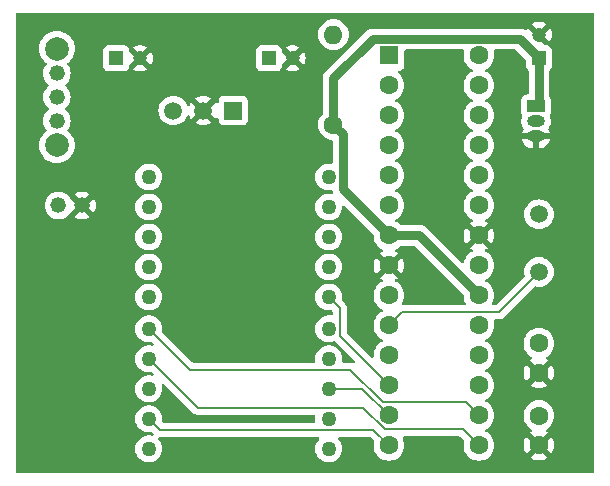
<source format=gbr>
%TF.GenerationSoftware,KiCad,Pcbnew,8.0.4*%
%TF.CreationDate,2024-08-29T11:58:41-05:00*%
%TF.ProjectId,thermometer,74686572-6d6f-46d6-9574-65722e6b6963,rev?*%
%TF.SameCoordinates,Original*%
%TF.FileFunction,Copper,L2,Bot*%
%TF.FilePolarity,Positive*%
%FSLAX46Y46*%
G04 Gerber Fmt 4.6, Leading zero omitted, Abs format (unit mm)*
G04 Created by KiCad (PCBNEW 8.0.4) date 2024-08-29 11:58:41*
%MOMM*%
%LPD*%
G01*
G04 APERTURE LIST*
%TA.AperFunction,ComponentPad*%
%ADD10R,1.498600X1.498600*%
%TD*%
%TA.AperFunction,ComponentPad*%
%ADD11C,1.498600*%
%TD*%
%TA.AperFunction,ComponentPad*%
%ADD12C,1.500000*%
%TD*%
%TA.AperFunction,ComponentPad*%
%ADD13C,1.320800*%
%TD*%
%TA.AperFunction,ComponentPad*%
%ADD14R,1.200000X1.200000*%
%TD*%
%TA.AperFunction,ComponentPad*%
%ADD15C,1.200000*%
%TD*%
%TA.AperFunction,ComponentPad*%
%ADD16R,1.600000X1.600000*%
%TD*%
%TA.AperFunction,ComponentPad*%
%ADD17C,1.600000*%
%TD*%
%TA.AperFunction,ComponentPad*%
%ADD18R,1.500000X1.000000*%
%TD*%
%TA.AperFunction,ComponentPad*%
%ADD19O,1.500000X1.000000*%
%TD*%
%TA.AperFunction,ComponentPad*%
%ADD20C,2.006600*%
%TD*%
%TA.AperFunction,ComponentPad*%
%ADD21C,1.272000*%
%TD*%
%TA.AperFunction,ComponentPad*%
%ADD22O,1.600000X1.600000*%
%TD*%
%TA.AperFunction,Conductor*%
%ADD23C,0.200000*%
%TD*%
%TA.AperFunction,Conductor*%
%ADD24C,0.762000*%
%TD*%
G04 APERTURE END LIST*
D10*
%TO.P,CR1,1,VOUT*%
%TO.N,VCC*%
X155219400Y-84429600D03*
D11*
%TO.P,CR1,2,GND*%
%TO.N,GND*%
X152679400Y-84429600D03*
%TO.P,CR1,3,VIN*%
%TO.N,Net-(CR1-VIN)*%
X150139400Y-84429600D03*
%TD*%
D12*
%TO.P,Y1,1,1*%
%TO.N,Net-(U4-PB7)*%
X181102000Y-98098000D03*
%TO.P,Y1,2,2*%
%TO.N,Net-(U4-PB6)*%
X181102000Y-93218000D03*
%TD*%
D13*
%TO.P,J1,1,1*%
%TO.N,Net-(J1-Pad1)*%
X140419200Y-92470600D03*
%TO.P,J1,2,2*%
%TO.N,GND*%
X142419201Y-92470600D03*
%TD*%
D14*
%TO.P,C4,1*%
%TO.N,Net-(CR1-VIN)*%
X145320000Y-80010000D03*
D15*
%TO.P,C4,2*%
%TO.N,GND*%
X147320000Y-80010000D03*
%TD*%
D16*
%TO.P,U4,1,PC6*%
%TO.N,Net-(U4-PC6)*%
X168402000Y-79756000D03*
D17*
%TO.P,U4,2,PD0*%
%TO.N,unconnected-(U4-PD0-Pad2)*%
X168402000Y-82296000D03*
%TO.P,U4,3,PD1*%
%TO.N,unconnected-(U4-PD1-Pad3)*%
X168402000Y-84836000D03*
%TO.P,U4,4,PD2*%
%TO.N,Net-(U1-G)*%
X168402000Y-87376000D03*
%TO.P,U4,5,PD3*%
%TO.N,Net-(U1-F)*%
X168402000Y-89916000D03*
%TO.P,U4,6,PD4*%
%TO.N,Net-(U4-PD4)*%
X168402000Y-92456000D03*
%TO.P,U4,7,VCC*%
%TO.N,VCC*%
X168402000Y-94996000D03*
%TO.P,U4,8,GND*%
%TO.N,GND*%
X168402000Y-97536000D03*
%TO.P,U4,9,PB6*%
%TO.N,Net-(U4-PB6)*%
X168402000Y-100076000D03*
%TO.P,U4,10,PB7*%
%TO.N,Net-(U4-PB7)*%
X168402000Y-102616000D03*
%TO.P,U4,11,PD5*%
%TO.N,Net-(U1-A)*%
X168402000Y-105156000D03*
%TO.P,U4,12,PD6*%
%TO.N,Net-(U1-B)*%
X168402000Y-107696000D03*
%TO.P,U4,13,PD7*%
%TO.N,Net-(U4-PD7)*%
X168402000Y-110236000D03*
%TO.P,U4,14,PB0*%
%TO.N,Net-(U1-C)*%
X168402000Y-112776000D03*
%TO.P,U4,15,PB1*%
%TO.N,Net-(U1-D)*%
X176022000Y-112776000D03*
%TO.P,U4,16,PB2*%
%TO.N,Net-(U1-E)*%
X176022000Y-110236000D03*
%TO.P,U4,17,PB3*%
%TO.N,unconnected-(U4-PB3-Pad17)*%
X176022000Y-107696000D03*
%TO.P,U4,18,PB4*%
%TO.N,unconnected-(U4-PB4-Pad18)*%
X176022000Y-105156000D03*
%TO.P,U4,19,PB5*%
%TO.N,unconnected-(U4-PB5-Pad19)*%
X176022000Y-102616000D03*
%TO.P,U4,20,AVCC*%
%TO.N,VCC*%
X176022000Y-100076000D03*
%TO.P,U4,21,AREF*%
%TO.N,unconnected-(U4-AREF-Pad21)*%
X176022000Y-97536000D03*
%TO.P,U4,22,GND*%
%TO.N,GND*%
X176022000Y-94996000D03*
%TO.P,U4,23,PC0*%
%TO.N,Net-(U3-VOUT)*%
X176022000Y-92456000D03*
%TO.P,U4,24,PC1*%
%TO.N,unconnected-(U4-PC1-Pad24)*%
X176022000Y-89916000D03*
%TO.P,U4,25,PC2*%
%TO.N,unconnected-(U4-PC2-Pad25)*%
X176022000Y-87376000D03*
%TO.P,U4,26,PC3*%
%TO.N,unconnected-(U4-PC3-Pad26)*%
X176022000Y-84836000D03*
%TO.P,U4,27,PC4*%
%TO.N,unconnected-(U4-PC4-Pad27)*%
X176022000Y-82296000D03*
%TO.P,U4,28,PC5*%
%TO.N,unconnected-(U4-PC5-Pad28)*%
X176022000Y-79756000D03*
%TD*%
D18*
%TO.P,U3,1,VDD*%
%TO.N,VCC*%
X180848000Y-84074000D03*
D19*
%TO.P,U3,2,VOUT*%
%TO.N,Net-(U3-VOUT)*%
X180848000Y-85344000D03*
%TO.P,U3,3,GND*%
%TO.N,GND*%
X180848000Y-86614000D03*
%TD*%
D14*
%TO.P,C5,1*%
%TO.N,VCC*%
X158242000Y-80010000D03*
D15*
%TO.P,C5,2*%
%TO.N,GND*%
X160242000Y-80010000D03*
%TD*%
D13*
%TO.P,SW1,1,1*%
%TO.N,unconnected-(SW1-Pad1)*%
X140289550Y-81281900D03*
%TO.P,SW1,2,2*%
%TO.N,Net-(J1-Pad1)*%
X140289550Y-83281900D03*
%TO.P,SW1,3,3*%
%TO.N,Net-(CR1-VIN)*%
X140289550Y-85281901D03*
D20*
%TO.P,SW1,4*%
%TO.N,N/C*%
X140289550Y-79181901D03*
%TO.P,SW1,5*%
X140289550Y-87381899D03*
%TD*%
D21*
%TO.P,U1,1,E*%
%TO.N,Net-(U1-E)*%
X148062000Y-90056000D03*
%TO.P,U1,2,D*%
%TO.N,Net-(U1-D)*%
X148062000Y-92596000D03*
%TO.P,U1,3,CC*%
%TO.N,unconnected-(U1-CC-Pad3)*%
X148062000Y-95136000D03*
%TO.P,U1,4,C*%
%TO.N,Net-(U1-C)*%
X148062000Y-97676000D03*
%TO.P,U1,5,DP*%
%TO.N,unconnected-(U1-DP-Pad5)*%
X148062000Y-100216000D03*
%TO.P,U1,6,B*%
%TO.N,Net-(U1-B)*%
X163302000Y-100216000D03*
%TO.P,U1,7,A*%
%TO.N,Net-(U1-A)*%
X163302000Y-97676000D03*
%TO.P,U1,8,CC*%
%TO.N,Net-(U4-PD4)*%
X163302000Y-95136000D03*
%TO.P,U1,9,F*%
%TO.N,Net-(U1-F)*%
X163302000Y-92596000D03*
%TO.P,U1,10,G*%
%TO.N,Net-(U1-G)*%
X163302000Y-90056000D03*
%TD*%
D17*
%TO.P,R1,1*%
%TO.N,VCC*%
X163702000Y-85616000D03*
D22*
%TO.P,R1,2*%
%TO.N,Net-(U4-PC6)*%
X163702000Y-77996000D03*
%TD*%
D17*
%TO.P,C2,1*%
%TO.N,GND*%
X181102000Y-106640000D03*
%TO.P,C2,2*%
%TO.N,Net-(U4-PB7)*%
X181102000Y-104140000D03*
%TD*%
%TO.P,C1,1*%
%TO.N,GND*%
X181102000Y-112756000D03*
%TO.P,C1,2*%
%TO.N,Net-(U4-PB6)*%
X181102000Y-110256000D03*
%TD*%
D14*
%TO.P,C3,1*%
%TO.N,VCC*%
X181102000Y-80010000D03*
D15*
%TO.P,C3,2*%
%TO.N,GND*%
X181102000Y-78010000D03*
%TD*%
D21*
%TO.P,U2,1,E*%
%TO.N,Net-(U1-E)*%
X148062000Y-102900000D03*
%TO.P,U2,2,D*%
%TO.N,Net-(U1-D)*%
X148062000Y-105440000D03*
%TO.P,U2,3,CC*%
%TO.N,unconnected-(U2-CC-Pad3)*%
X148062000Y-107980000D03*
%TO.P,U2,4,C*%
%TO.N,Net-(U1-C)*%
X148062000Y-110520000D03*
%TO.P,U2,5,DP*%
%TO.N,unconnected-(U2-DP-Pad5)*%
X148062000Y-113060000D03*
%TO.P,U2,6,B*%
%TO.N,Net-(U1-B)*%
X163302000Y-113060000D03*
%TO.P,U2,7,A*%
%TO.N,Net-(U1-A)*%
X163302000Y-110520000D03*
%TO.P,U2,8,CC*%
%TO.N,Net-(U4-PD7)*%
X163302000Y-107980000D03*
%TO.P,U2,9,F*%
%TO.N,Net-(U1-F)*%
X163302000Y-105440000D03*
%TO.P,U2,10,G*%
%TO.N,Net-(U1-G)*%
X163302000Y-102900000D03*
%TD*%
D23*
%TO.N,Net-(U4-PB7)*%
X177684000Y-101516000D02*
X169502000Y-101516000D01*
X169502000Y-101516000D02*
X168402000Y-102616000D01*
X181102000Y-98098000D02*
X177684000Y-101516000D01*
D24*
%TO.N,VCC*%
X164519000Y-91113000D02*
X168402000Y-94996000D01*
X163702000Y-81694000D02*
X167021000Y-78375000D01*
X167021000Y-78375000D02*
X179467000Y-78375000D01*
X181102000Y-80010000D02*
X181102000Y-83820000D01*
X181102000Y-83820000D02*
X180848000Y-84074000D01*
X163702000Y-85616000D02*
X164519000Y-86433000D01*
X170942000Y-94996000D02*
X176022000Y-100076000D01*
X164519000Y-86433000D02*
X164519000Y-91113000D01*
X168402000Y-94996000D02*
X170942000Y-94996000D01*
X179467000Y-78375000D02*
X181102000Y-80010000D01*
X163702000Y-85616000D02*
X163702000Y-81694000D01*
D23*
%TO.N,Net-(U1-B)*%
X164238000Y-103532000D02*
X164238000Y-101152000D01*
X164238000Y-101152000D02*
X163302000Y-100216000D01*
X168402000Y-107696000D02*
X164238000Y-103532000D01*
%TO.N,Net-(U4-PD7)*%
X166146000Y-107980000D02*
X168402000Y-110236000D01*
X163302000Y-107980000D02*
X166146000Y-107980000D01*
%TO.N,Net-(U1-C)*%
X148998000Y-111456000D02*
X148062000Y-110520000D01*
X167082000Y-111456000D02*
X148998000Y-111456000D01*
X168402000Y-112776000D02*
X167082000Y-111456000D01*
%TO.N,Net-(U1-E)*%
X174922000Y-109136000D02*
X167867686Y-109136000D01*
X167867686Y-109136000D02*
X165107686Y-106376000D01*
X165107686Y-106376000D02*
X151538000Y-106376000D01*
X151538000Y-106376000D02*
X148062000Y-102900000D01*
X176022000Y-110236000D02*
X174922000Y-109136000D01*
%TO.N,Net-(U1-D)*%
X148062000Y-105440000D02*
X152206000Y-109584000D01*
X166194365Y-109584000D02*
X168026365Y-111416000D01*
X168026365Y-111416000D02*
X174662000Y-111416000D01*
X152206000Y-109584000D02*
X166194365Y-109584000D01*
X174662000Y-111416000D02*
X176022000Y-112776000D01*
%TD*%
%TA.AperFunction,Conductor*%
%TO.N,GND*%
G36*
X170592547Y-95897185D02*
G01*
X170613189Y-95913819D01*
X174680378Y-99981008D01*
X174713863Y-100042331D01*
X174715667Y-100070587D01*
X174716532Y-100070587D01*
X174716532Y-100076001D01*
X174736364Y-100302686D01*
X174736366Y-100302697D01*
X174795258Y-100522488D01*
X174795261Y-100522497D01*
X174843346Y-100625615D01*
X174891432Y-100728734D01*
X174891435Y-100728738D01*
X174891870Y-100729492D01*
X174891961Y-100729868D01*
X174893720Y-100733640D01*
X174892962Y-100733993D01*
X174908348Y-100797391D01*
X174885501Y-100863419D01*
X174830583Y-100906614D01*
X174784488Y-100915500D01*
X169639512Y-100915500D01*
X169572473Y-100895815D01*
X169526718Y-100843011D01*
X169516774Y-100773853D01*
X169530636Y-100733806D01*
X169530280Y-100733640D01*
X169531887Y-100730193D01*
X169532130Y-100729492D01*
X169532559Y-100728746D01*
X169532568Y-100728734D01*
X169628739Y-100522496D01*
X169687635Y-100302692D01*
X169707468Y-100076000D01*
X169706994Y-100070587D01*
X169687635Y-99849313D01*
X169687635Y-99849308D01*
X169628739Y-99629504D01*
X169532568Y-99423266D01*
X169402047Y-99236861D01*
X169402045Y-99236858D01*
X169241141Y-99075954D01*
X169054735Y-98945433D01*
X169054736Y-98945433D01*
X169054734Y-98945432D01*
X168996132Y-98918105D01*
X168943694Y-98871933D01*
X168924543Y-98804739D01*
X168944759Y-98737858D01*
X168996135Y-98693341D01*
X169054482Y-98666133D01*
X169127471Y-98615024D01*
X168531409Y-98018962D01*
X168594993Y-98001925D01*
X168709007Y-97936099D01*
X168802099Y-97843007D01*
X168867925Y-97728993D01*
X168884962Y-97665409D01*
X169481024Y-98261471D01*
X169532136Y-98188478D01*
X169628264Y-97982331D01*
X169628269Y-97982317D01*
X169687139Y-97762610D01*
X169687141Y-97762599D01*
X169706966Y-97536002D01*
X169706966Y-97535997D01*
X169687141Y-97309400D01*
X169687139Y-97309389D01*
X169628269Y-97089682D01*
X169628264Y-97089668D01*
X169532136Y-96883521D01*
X169532132Y-96883513D01*
X169481025Y-96810526D01*
X168884962Y-97406589D01*
X168867925Y-97343007D01*
X168802099Y-97228993D01*
X168709007Y-97135901D01*
X168594993Y-97070075D01*
X168531410Y-97053037D01*
X169127472Y-96456974D01*
X169054480Y-96405864D01*
X168996134Y-96378657D01*
X168943695Y-96332484D01*
X168924543Y-96265291D01*
X168944759Y-96198410D01*
X168996134Y-96153893D01*
X169054734Y-96126568D01*
X169241139Y-95996047D01*
X169323368Y-95913817D01*
X169384689Y-95880334D01*
X169411048Y-95877500D01*
X170525508Y-95877500D01*
X170592547Y-95897185D01*
G37*
%TD.AperFunction*%
%TA.AperFunction,Conductor*%
G36*
X174714902Y-79276185D02*
G01*
X174760657Y-79328989D01*
X174770601Y-79398147D01*
X174767638Y-79412593D01*
X174736366Y-79529302D01*
X174736364Y-79529313D01*
X174716532Y-79755998D01*
X174716532Y-79756001D01*
X174736364Y-79982686D01*
X174736366Y-79982697D01*
X174795258Y-80202488D01*
X174795261Y-80202497D01*
X174891431Y-80408732D01*
X174891432Y-80408734D01*
X175021954Y-80595141D01*
X175182858Y-80756045D01*
X175182861Y-80756047D01*
X175369266Y-80886568D01*
X175427275Y-80913618D01*
X175479714Y-80959791D01*
X175498866Y-81026984D01*
X175478650Y-81093865D01*
X175427275Y-81138382D01*
X175369267Y-81165431D01*
X175369265Y-81165432D01*
X175182858Y-81295954D01*
X175021954Y-81456858D01*
X174891432Y-81643265D01*
X174891431Y-81643267D01*
X174795261Y-81849502D01*
X174795258Y-81849511D01*
X174736366Y-82069302D01*
X174736364Y-82069313D01*
X174716532Y-82295998D01*
X174716532Y-82296001D01*
X174736364Y-82522686D01*
X174736366Y-82522697D01*
X174795258Y-82742488D01*
X174795261Y-82742497D01*
X174891431Y-82948732D01*
X174891432Y-82948734D01*
X175021954Y-83135141D01*
X175182858Y-83296045D01*
X175182861Y-83296047D01*
X175369266Y-83426568D01*
X175393720Y-83437971D01*
X175427275Y-83453618D01*
X175479714Y-83499791D01*
X175498866Y-83566984D01*
X175478650Y-83633865D01*
X175427275Y-83678382D01*
X175369267Y-83705431D01*
X175369265Y-83705432D01*
X175182858Y-83835954D01*
X175021954Y-83996858D01*
X174891432Y-84183265D01*
X174891431Y-84183267D01*
X174795261Y-84389502D01*
X174795258Y-84389511D01*
X174736366Y-84609302D01*
X174736364Y-84609313D01*
X174716532Y-84835998D01*
X174716532Y-84836001D01*
X174736364Y-85062686D01*
X174736366Y-85062697D01*
X174795258Y-85282488D01*
X174795261Y-85282497D01*
X174891431Y-85488732D01*
X174891432Y-85488734D01*
X175021954Y-85675141D01*
X175182858Y-85836045D01*
X175192351Y-85842692D01*
X175369266Y-85966568D01*
X175427275Y-85993618D01*
X175479714Y-86039791D01*
X175498866Y-86106984D01*
X175478650Y-86173865D01*
X175427275Y-86218382D01*
X175369267Y-86245431D01*
X175369265Y-86245432D01*
X175182858Y-86375954D01*
X175021954Y-86536858D01*
X174891432Y-86723265D01*
X174891431Y-86723267D01*
X174795261Y-86929502D01*
X174795258Y-86929511D01*
X174736366Y-87149302D01*
X174736364Y-87149313D01*
X174716532Y-87375998D01*
X174716532Y-87376001D01*
X174736364Y-87602686D01*
X174736366Y-87602697D01*
X174795258Y-87822488D01*
X174795261Y-87822497D01*
X174891431Y-88028732D01*
X174891432Y-88028734D01*
X175021954Y-88215141D01*
X175182858Y-88376045D01*
X175182861Y-88376047D01*
X175369266Y-88506568D01*
X175427275Y-88533618D01*
X175479714Y-88579791D01*
X175498866Y-88646984D01*
X175478650Y-88713865D01*
X175427275Y-88758382D01*
X175369267Y-88785431D01*
X175369265Y-88785432D01*
X175182858Y-88915954D01*
X175021954Y-89076858D01*
X174891432Y-89263265D01*
X174891431Y-89263267D01*
X174795261Y-89469502D01*
X174795258Y-89469511D01*
X174736366Y-89689302D01*
X174736364Y-89689313D01*
X174716532Y-89915998D01*
X174716532Y-89916001D01*
X174736364Y-90142686D01*
X174736366Y-90142697D01*
X174795258Y-90362488D01*
X174795261Y-90362497D01*
X174891431Y-90568732D01*
X174891432Y-90568734D01*
X175021954Y-90755141D01*
X175182858Y-90916045D01*
X175182861Y-90916047D01*
X175369266Y-91046568D01*
X175427275Y-91073618D01*
X175479714Y-91119791D01*
X175498866Y-91186984D01*
X175478650Y-91253865D01*
X175427275Y-91298382D01*
X175369267Y-91325431D01*
X175369265Y-91325432D01*
X175182858Y-91455954D01*
X175021954Y-91616858D01*
X174891432Y-91803265D01*
X174891431Y-91803267D01*
X174795261Y-92009502D01*
X174795258Y-92009511D01*
X174736366Y-92229302D01*
X174736364Y-92229313D01*
X174716532Y-92455998D01*
X174716532Y-92456001D01*
X174736364Y-92682686D01*
X174736366Y-92682697D01*
X174795258Y-92902488D01*
X174795261Y-92902497D01*
X174891431Y-93108732D01*
X174891432Y-93108734D01*
X175021954Y-93295141D01*
X175182858Y-93456045D01*
X175182861Y-93456047D01*
X175369266Y-93586568D01*
X175427865Y-93613893D01*
X175480305Y-93660065D01*
X175499457Y-93727258D01*
X175479242Y-93794139D01*
X175427867Y-93838657D01*
X175369513Y-93865868D01*
X175369512Y-93865868D01*
X175296526Y-93916973D01*
X175296526Y-93916974D01*
X175892590Y-94513037D01*
X175829007Y-94530075D01*
X175714993Y-94595901D01*
X175621901Y-94688993D01*
X175556075Y-94803007D01*
X175539037Y-94866589D01*
X174942974Y-94270526D01*
X174942973Y-94270526D01*
X174891868Y-94343512D01*
X174891866Y-94343516D01*
X174795734Y-94549673D01*
X174795730Y-94549682D01*
X174736860Y-94769389D01*
X174736858Y-94769400D01*
X174717034Y-94995997D01*
X174717034Y-94996002D01*
X174736858Y-95222599D01*
X174736860Y-95222610D01*
X174795730Y-95442317D01*
X174795735Y-95442331D01*
X174891863Y-95648478D01*
X174942974Y-95721472D01*
X175539037Y-95125409D01*
X175556075Y-95188993D01*
X175621901Y-95303007D01*
X175714993Y-95396099D01*
X175829007Y-95461925D01*
X175892590Y-95478962D01*
X175296526Y-96075025D01*
X175369513Y-96126132D01*
X175369521Y-96126136D01*
X175427864Y-96153342D01*
X175480304Y-96199514D01*
X175499456Y-96266707D01*
X175479241Y-96333589D01*
X175427866Y-96378105D01*
X175369272Y-96405428D01*
X175369265Y-96405432D01*
X175182858Y-96535954D01*
X175021954Y-96696858D01*
X174891432Y-96883265D01*
X174891431Y-96883267D01*
X174795261Y-97089502D01*
X174795259Y-97089508D01*
X174742412Y-97286739D01*
X174706047Y-97346399D01*
X174643200Y-97376928D01*
X174573824Y-97368633D01*
X174534956Y-97342326D01*
X171503927Y-94311296D01*
X171503926Y-94311295D01*
X171359543Y-94214822D01*
X171199128Y-94148377D01*
X171199118Y-94148374D01*
X171028823Y-94114500D01*
X171028821Y-94114500D01*
X171028820Y-94114500D01*
X169411048Y-94114500D01*
X169344009Y-94094815D01*
X169323371Y-94078185D01*
X169241139Y-93995953D01*
X169241138Y-93995952D01*
X169241137Y-93995951D01*
X169054734Y-93865432D01*
X169054728Y-93865429D01*
X168996725Y-93838382D01*
X168944285Y-93792210D01*
X168925133Y-93725017D01*
X168945348Y-93658135D01*
X168996725Y-93613618D01*
X169054734Y-93586568D01*
X169241139Y-93456047D01*
X169402047Y-93295139D01*
X169532568Y-93108734D01*
X169628739Y-92902496D01*
X169687635Y-92682692D01*
X169707468Y-92456000D01*
X169687635Y-92229308D01*
X169628739Y-92009504D01*
X169532568Y-91803266D01*
X169402047Y-91616861D01*
X169402045Y-91616858D01*
X169241141Y-91455954D01*
X169054734Y-91325432D01*
X169054728Y-91325429D01*
X168996725Y-91298382D01*
X168944285Y-91252210D01*
X168925133Y-91185017D01*
X168945348Y-91118135D01*
X168996725Y-91073618D01*
X169054734Y-91046568D01*
X169241139Y-90916047D01*
X169402047Y-90755139D01*
X169532568Y-90568734D01*
X169628739Y-90362496D01*
X169687635Y-90142692D01*
X169707468Y-89916000D01*
X169687635Y-89689308D01*
X169628739Y-89469504D01*
X169532568Y-89263266D01*
X169402047Y-89076861D01*
X169402045Y-89076858D01*
X169241141Y-88915954D01*
X169054734Y-88785432D01*
X169054728Y-88785429D01*
X168996725Y-88758382D01*
X168944285Y-88712210D01*
X168925133Y-88645017D01*
X168945348Y-88578135D01*
X168996725Y-88533618D01*
X169054734Y-88506568D01*
X169241139Y-88376047D01*
X169402047Y-88215139D01*
X169532568Y-88028734D01*
X169628739Y-87822496D01*
X169687635Y-87602692D01*
X169704634Y-87408384D01*
X169707468Y-87376001D01*
X169707468Y-87375998D01*
X169687635Y-87149313D01*
X169687635Y-87149308D01*
X169628739Y-86929504D01*
X169532568Y-86723266D01*
X169402047Y-86536861D01*
X169402045Y-86536858D01*
X169241141Y-86375954D01*
X169054734Y-86245432D01*
X169054728Y-86245429D01*
X169027038Y-86232517D01*
X168996724Y-86218381D01*
X168944285Y-86172210D01*
X168925133Y-86105017D01*
X168945348Y-86038135D01*
X168996725Y-85993618D01*
X169054734Y-85966568D01*
X169241139Y-85836047D01*
X169402047Y-85675139D01*
X169532568Y-85488734D01*
X169628739Y-85282496D01*
X169687635Y-85062692D01*
X169707468Y-84836000D01*
X169707133Y-84832175D01*
X169695100Y-84694632D01*
X169687635Y-84609308D01*
X169628739Y-84389504D01*
X169532568Y-84183266D01*
X169402047Y-83996861D01*
X169402045Y-83996858D01*
X169241141Y-83835954D01*
X169054734Y-83705432D01*
X169054728Y-83705429D01*
X168996725Y-83678382D01*
X168944285Y-83632210D01*
X168925133Y-83565017D01*
X168945348Y-83498135D01*
X168996725Y-83453618D01*
X169054734Y-83426568D01*
X169241139Y-83296047D01*
X169402047Y-83135139D01*
X169532568Y-82948734D01*
X169628739Y-82742496D01*
X169687635Y-82522692D01*
X169707468Y-82296000D01*
X169706234Y-82281900D01*
X169687635Y-82069313D01*
X169687635Y-82069308D01*
X169628739Y-81849504D01*
X169532568Y-81643266D01*
X169434839Y-81503693D01*
X169402045Y-81456858D01*
X169241143Y-81295956D01*
X169216536Y-81278726D01*
X169172912Y-81224149D01*
X169165719Y-81154650D01*
X169197241Y-81092296D01*
X169257471Y-81056882D01*
X169274404Y-81053861D01*
X169309483Y-81050091D01*
X169444331Y-80999796D01*
X169559546Y-80913546D01*
X169645796Y-80798331D01*
X169696091Y-80663483D01*
X169702500Y-80603873D01*
X169702499Y-79380499D01*
X169722184Y-79313461D01*
X169774987Y-79267706D01*
X169826499Y-79256500D01*
X174647863Y-79256500D01*
X174714902Y-79276185D01*
G37*
%TD.AperFunction*%
%TA.AperFunction,Conductor*%
G36*
X185724539Y-76178185D02*
G01*
X185770294Y-76230989D01*
X185781500Y-76282500D01*
X185781500Y-115017500D01*
X185761815Y-115084539D01*
X185709011Y-115130294D01*
X185657500Y-115141500D01*
X136922500Y-115141500D01*
X136855461Y-115121815D01*
X136809706Y-115069011D01*
X136798500Y-115017500D01*
X136798500Y-102899999D01*
X146920631Y-102899999D01*
X146920631Y-102900000D01*
X146940064Y-103109725D01*
X146940065Y-103109727D01*
X146997703Y-103312305D01*
X146997704Y-103312307D01*
X146997705Y-103312310D01*
X147001327Y-103319584D01*
X147091585Y-103500847D01*
X147091590Y-103500855D01*
X147218520Y-103668937D01*
X147218523Y-103668940D01*
X147303680Y-103746570D01*
X147374172Y-103810832D01*
X147553248Y-103921712D01*
X147749650Y-103997798D01*
X147956688Y-104036500D01*
X147956690Y-104036500D01*
X148167309Y-104036500D01*
X148167312Y-104036500D01*
X148256361Y-104019853D01*
X148325874Y-104026884D01*
X148366826Y-104054061D01*
X148436334Y-104123569D01*
X148469819Y-104184892D01*
X148464835Y-104254584D01*
X148422963Y-104310517D01*
X148357499Y-104334934D01*
X148325869Y-104333139D01*
X148221889Y-104313702D01*
X148167312Y-104303500D01*
X147956688Y-104303500D01*
X147749650Y-104342202D01*
X147749647Y-104342202D01*
X147749647Y-104342203D01*
X147553248Y-104418287D01*
X147553247Y-104418288D01*
X147374170Y-104529169D01*
X147218523Y-104671059D01*
X147218520Y-104671062D01*
X147091590Y-104839144D01*
X147091585Y-104839152D01*
X146997706Y-105027688D01*
X146997703Y-105027694D01*
X146940065Y-105230272D01*
X146940064Y-105230274D01*
X146920631Y-105439999D01*
X146920631Y-105440000D01*
X146940064Y-105649725D01*
X146940065Y-105649727D01*
X146997703Y-105852305D01*
X146997704Y-105852307D01*
X146997705Y-105852310D01*
X147019201Y-105895480D01*
X147091585Y-106040847D01*
X147091590Y-106040855D01*
X147218520Y-106208937D01*
X147218523Y-106208940D01*
X147303680Y-106286570D01*
X147374172Y-106350832D01*
X147553248Y-106461712D01*
X147749650Y-106537798D01*
X147956688Y-106576500D01*
X147956690Y-106576500D01*
X148167309Y-106576500D01*
X148167312Y-106576500D01*
X148256361Y-106559853D01*
X148325874Y-106566884D01*
X148366826Y-106594061D01*
X148436334Y-106663569D01*
X148469819Y-106724892D01*
X148464835Y-106794584D01*
X148422963Y-106850517D01*
X148357499Y-106874934D01*
X148325869Y-106873139D01*
X148221889Y-106853702D01*
X148167312Y-106843500D01*
X147956688Y-106843500D01*
X147749650Y-106882202D01*
X147749647Y-106882202D01*
X147749647Y-106882203D01*
X147553248Y-106958287D01*
X147553247Y-106958288D01*
X147374170Y-107069169D01*
X147218523Y-107211059D01*
X147218520Y-107211062D01*
X147091590Y-107379144D01*
X147091585Y-107379152D01*
X146997706Y-107567688D01*
X146997703Y-107567694D01*
X146940065Y-107770272D01*
X146940064Y-107770274D01*
X146920631Y-107979999D01*
X146920631Y-107980000D01*
X146940064Y-108189725D01*
X146940065Y-108189727D01*
X146997703Y-108392305D01*
X146997704Y-108392307D01*
X146997705Y-108392310D01*
X147010194Y-108417391D01*
X147091585Y-108580847D01*
X147091590Y-108580855D01*
X147218520Y-108748937D01*
X147218523Y-108748940D01*
X147303680Y-108826570D01*
X147374172Y-108890832D01*
X147553248Y-109001712D01*
X147749650Y-109077798D01*
X147956688Y-109116500D01*
X147956690Y-109116500D01*
X148167310Y-109116500D01*
X148167312Y-109116500D01*
X148374350Y-109077798D01*
X148570752Y-109001712D01*
X148749828Y-108890832D01*
X148905482Y-108748935D01*
X149032411Y-108580853D01*
X149126295Y-108392310D01*
X149183935Y-108189726D01*
X149203369Y-107980000D01*
X149183935Y-107770274D01*
X149171789Y-107727585D01*
X149172375Y-107657720D01*
X149210642Y-107599261D01*
X149274439Y-107570770D01*
X149343511Y-107581294D01*
X149378736Y-107605971D01*
X151721139Y-109948374D01*
X151721149Y-109948385D01*
X151725479Y-109952715D01*
X151725480Y-109952716D01*
X151837284Y-110064520D01*
X151912055Y-110107688D01*
X151924095Y-110114639D01*
X151924097Y-110114641D01*
X151962151Y-110136611D01*
X151974215Y-110143577D01*
X152126943Y-110184501D01*
X152126946Y-110184501D01*
X152292653Y-110184501D01*
X152292669Y-110184500D01*
X162055698Y-110184500D01*
X162122737Y-110204185D01*
X162168492Y-110256989D01*
X162179169Y-110319941D01*
X162160631Y-110519999D01*
X162160631Y-110520000D01*
X162179169Y-110720059D01*
X162165754Y-110788629D01*
X162117397Y-110839060D01*
X162055698Y-110855500D01*
X149308302Y-110855500D01*
X149241263Y-110835815D01*
X149195508Y-110783011D01*
X149184831Y-110720059D01*
X149203369Y-110520000D01*
X149203369Y-110519999D01*
X149183935Y-110310274D01*
X149183934Y-110310272D01*
X149168492Y-110256000D01*
X149126295Y-110107690D01*
X149046970Y-109948385D01*
X149032414Y-109919152D01*
X149032409Y-109919144D01*
X148949618Y-109809511D01*
X148905482Y-109751065D01*
X148905479Y-109751062D01*
X148905476Y-109751059D01*
X148749829Y-109609169D01*
X148749828Y-109609168D01*
X148570752Y-109498288D01*
X148570751Y-109498287D01*
X148427144Y-109442654D01*
X148374350Y-109422202D01*
X148167312Y-109383500D01*
X147956688Y-109383500D01*
X147749650Y-109422202D01*
X147749647Y-109422202D01*
X147749647Y-109422203D01*
X147553248Y-109498287D01*
X147553247Y-109498288D01*
X147374170Y-109609169D01*
X147218523Y-109751059D01*
X147218520Y-109751062D01*
X147091590Y-109919144D01*
X147091585Y-109919152D01*
X146997706Y-110107688D01*
X146997703Y-110107694D01*
X146940065Y-110310272D01*
X146940064Y-110310274D01*
X146920631Y-110519999D01*
X146920631Y-110520000D01*
X146940064Y-110729725D01*
X146940065Y-110729727D01*
X146997703Y-110932305D01*
X146997704Y-110932307D01*
X146997705Y-110932310D01*
X147028829Y-110994815D01*
X147091585Y-111120847D01*
X147091590Y-111120855D01*
X147156365Y-111206631D01*
X147193682Y-111256047D01*
X147218520Y-111288937D01*
X147218523Y-111288940D01*
X147303680Y-111366570D01*
X147374172Y-111430832D01*
X147553248Y-111541712D01*
X147749650Y-111617798D01*
X147956688Y-111656500D01*
X147956690Y-111656500D01*
X148167309Y-111656500D01*
X148167312Y-111656500D01*
X148256361Y-111639853D01*
X148325874Y-111646884D01*
X148366826Y-111674061D01*
X148436334Y-111743569D01*
X148469819Y-111804892D01*
X148464835Y-111874584D01*
X148422963Y-111930517D01*
X148357499Y-111954934D01*
X148325869Y-111953139D01*
X148221889Y-111933702D01*
X148167312Y-111923500D01*
X147956688Y-111923500D01*
X147749650Y-111962202D01*
X147749647Y-111962202D01*
X147749647Y-111962203D01*
X147553248Y-112038287D01*
X147553247Y-112038288D01*
X147374170Y-112149169D01*
X147218523Y-112291059D01*
X147218520Y-112291062D01*
X147091590Y-112459144D01*
X147091585Y-112459152D01*
X146997706Y-112647688D01*
X146997703Y-112647694D01*
X146940065Y-112850272D01*
X146940064Y-112850274D01*
X146920631Y-113059999D01*
X146920631Y-113060000D01*
X146940064Y-113269725D01*
X146940065Y-113269727D01*
X146997703Y-113472305D01*
X146997704Y-113472307D01*
X146997705Y-113472310D01*
X147028829Y-113534815D01*
X147091585Y-113660847D01*
X147091590Y-113660855D01*
X147218520Y-113828937D01*
X147218523Y-113828940D01*
X147329699Y-113930290D01*
X147374172Y-113970832D01*
X147553248Y-114081712D01*
X147749650Y-114157798D01*
X147956688Y-114196500D01*
X147956690Y-114196500D01*
X148167310Y-114196500D01*
X148167312Y-114196500D01*
X148374350Y-114157798D01*
X148570752Y-114081712D01*
X148749828Y-113970832D01*
X148905482Y-113828935D01*
X149032411Y-113660853D01*
X149126295Y-113472310D01*
X149183935Y-113269726D01*
X149203369Y-113060000D01*
X149183935Y-112850274D01*
X149126295Y-112647690D01*
X149057929Y-112510394D01*
X149032414Y-112459152D01*
X149032409Y-112459144D01*
X148934515Y-112329511D01*
X148905482Y-112291065D01*
X148905475Y-112291059D01*
X148884720Y-112272138D01*
X148848439Y-112212426D01*
X148850200Y-112142579D01*
X148889444Y-112084771D01*
X148953711Y-112057357D01*
X148968259Y-112056501D01*
X149084653Y-112056501D01*
X149084669Y-112056500D01*
X162395743Y-112056500D01*
X162462782Y-112076185D01*
X162508537Y-112128989D01*
X162518481Y-112198147D01*
X162489456Y-112261703D01*
X162479280Y-112272138D01*
X162458523Y-112291060D01*
X162458520Y-112291062D01*
X162331590Y-112459144D01*
X162331585Y-112459152D01*
X162237706Y-112647688D01*
X162237703Y-112647694D01*
X162180065Y-112850272D01*
X162180064Y-112850274D01*
X162160631Y-113059999D01*
X162160631Y-113060000D01*
X162180064Y-113269725D01*
X162180065Y-113269727D01*
X162237703Y-113472305D01*
X162237704Y-113472307D01*
X162237705Y-113472310D01*
X162268829Y-113534815D01*
X162331585Y-113660847D01*
X162331590Y-113660855D01*
X162458520Y-113828937D01*
X162458523Y-113828940D01*
X162569699Y-113930290D01*
X162614172Y-113970832D01*
X162793248Y-114081712D01*
X162989650Y-114157798D01*
X163196688Y-114196500D01*
X163196690Y-114196500D01*
X163407310Y-114196500D01*
X163407312Y-114196500D01*
X163614350Y-114157798D01*
X163810752Y-114081712D01*
X163989828Y-113970832D01*
X164145482Y-113828935D01*
X164272411Y-113660853D01*
X164366295Y-113472310D01*
X164423935Y-113269726D01*
X164443369Y-113060000D01*
X164423935Y-112850274D01*
X164366295Y-112647690D01*
X164297929Y-112510394D01*
X164272414Y-112459152D01*
X164272409Y-112459144D01*
X164194518Y-112356000D01*
X164145482Y-112291065D01*
X164124719Y-112272137D01*
X164088438Y-112212427D01*
X164090197Y-112142580D01*
X164129440Y-112084772D01*
X164193707Y-112057357D01*
X164208257Y-112056500D01*
X166781903Y-112056500D01*
X166848942Y-112076185D01*
X166869584Y-112092819D01*
X167110058Y-112333293D01*
X167143543Y-112394616D01*
X167142152Y-112453067D01*
X167116366Y-112549302D01*
X167116364Y-112549313D01*
X167096532Y-112775998D01*
X167096532Y-112776001D01*
X167116364Y-113002686D01*
X167116366Y-113002697D01*
X167175258Y-113222488D01*
X167175261Y-113222497D01*
X167271431Y-113428732D01*
X167271432Y-113428734D01*
X167401954Y-113615141D01*
X167562858Y-113776045D01*
X167562861Y-113776047D01*
X167749266Y-113906568D01*
X167955504Y-114002739D01*
X168175308Y-114061635D01*
X168337230Y-114075801D01*
X168401998Y-114081468D01*
X168402000Y-114081468D01*
X168402002Y-114081468D01*
X168458673Y-114076509D01*
X168628692Y-114061635D01*
X168848496Y-114002739D01*
X169054734Y-113906568D01*
X169241139Y-113776047D01*
X169402047Y-113615139D01*
X169532568Y-113428734D01*
X169628739Y-113222496D01*
X169687635Y-113002692D01*
X169707468Y-112776000D01*
X169705718Y-112756002D01*
X169701111Y-112703339D01*
X169687635Y-112549308D01*
X169628739Y-112329504D01*
X169565040Y-112192903D01*
X169554549Y-112123828D01*
X169583068Y-112060044D01*
X169641545Y-112021804D01*
X169677423Y-112016500D01*
X174361903Y-112016500D01*
X174428942Y-112036185D01*
X174449584Y-112052819D01*
X174730058Y-112333293D01*
X174763543Y-112394616D01*
X174762152Y-112453067D01*
X174736366Y-112549302D01*
X174736364Y-112549313D01*
X174716532Y-112775998D01*
X174716532Y-112776001D01*
X174736364Y-113002686D01*
X174736366Y-113002697D01*
X174795258Y-113222488D01*
X174795261Y-113222497D01*
X174891431Y-113428732D01*
X174891432Y-113428734D01*
X175021954Y-113615141D01*
X175182858Y-113776045D01*
X175182861Y-113776047D01*
X175369266Y-113906568D01*
X175575504Y-114002739D01*
X175795308Y-114061635D01*
X175957230Y-114075801D01*
X176021998Y-114081468D01*
X176022000Y-114081468D01*
X176022002Y-114081468D01*
X176078673Y-114076509D01*
X176248692Y-114061635D01*
X176468496Y-114002739D01*
X176674734Y-113906568D01*
X176861139Y-113776047D01*
X177022047Y-113615139D01*
X177152568Y-113428734D01*
X177248739Y-113222496D01*
X177307635Y-113002692D01*
X177327468Y-112776000D01*
X177325718Y-112756002D01*
X177321111Y-112703339D01*
X177307635Y-112549308D01*
X177248739Y-112329504D01*
X177152568Y-112123266D01*
X177054839Y-111983693D01*
X177022045Y-111936858D01*
X176861141Y-111775954D01*
X176674734Y-111645432D01*
X176674728Y-111645429D01*
X176647038Y-111632517D01*
X176616724Y-111618381D01*
X176564285Y-111572210D01*
X176545133Y-111505017D01*
X176565348Y-111438135D01*
X176616725Y-111393618D01*
X176674734Y-111366568D01*
X176861139Y-111236047D01*
X177022047Y-111075139D01*
X177152568Y-110888734D01*
X177248739Y-110682496D01*
X177307635Y-110462692D01*
X177325718Y-110255998D01*
X179796532Y-110255998D01*
X179796532Y-110256001D01*
X179816364Y-110482686D01*
X179816366Y-110482697D01*
X179875258Y-110702488D01*
X179875261Y-110702497D01*
X179971431Y-110908732D01*
X179971432Y-110908734D01*
X180101954Y-111095141D01*
X180262858Y-111256045D01*
X180262861Y-111256047D01*
X180449266Y-111386568D01*
X180464975Y-111393893D01*
X180517414Y-111440064D01*
X180536567Y-111507257D01*
X180516352Y-111574138D01*
X180464979Y-111618656D01*
X180449514Y-111625867D01*
X180449512Y-111625868D01*
X180376526Y-111676973D01*
X180376526Y-111676974D01*
X181055553Y-112356000D01*
X181049339Y-112356000D01*
X180947606Y-112383259D01*
X180856394Y-112435920D01*
X180781920Y-112510394D01*
X180729259Y-112601606D01*
X180702000Y-112703339D01*
X180702000Y-112709552D01*
X180022974Y-112030526D01*
X180022973Y-112030526D01*
X179971868Y-112103512D01*
X179971866Y-112103516D01*
X179875734Y-112309673D01*
X179875730Y-112309682D01*
X179816860Y-112529389D01*
X179816858Y-112529400D01*
X179797034Y-112755997D01*
X179797034Y-112756002D01*
X179816858Y-112982599D01*
X179816860Y-112982610D01*
X179875730Y-113202317D01*
X179875735Y-113202331D01*
X179971863Y-113408478D01*
X180022974Y-113481472D01*
X180702000Y-112802446D01*
X180702000Y-112808661D01*
X180729259Y-112910394D01*
X180781920Y-113001606D01*
X180856394Y-113076080D01*
X180947606Y-113128741D01*
X181049339Y-113156000D01*
X181055553Y-113156000D01*
X180376526Y-113835025D01*
X180449513Y-113886132D01*
X180449521Y-113886136D01*
X180655668Y-113982264D01*
X180655682Y-113982269D01*
X180875389Y-114041139D01*
X180875400Y-114041141D01*
X181101998Y-114060966D01*
X181102002Y-114060966D01*
X181328599Y-114041141D01*
X181328610Y-114041139D01*
X181548317Y-113982269D01*
X181548331Y-113982264D01*
X181754478Y-113886136D01*
X181827471Y-113835024D01*
X181148447Y-113156000D01*
X181154661Y-113156000D01*
X181256394Y-113128741D01*
X181347606Y-113076080D01*
X181422080Y-113001606D01*
X181474741Y-112910394D01*
X181502000Y-112808661D01*
X181502000Y-112802447D01*
X182181024Y-113481471D01*
X182232136Y-113408478D01*
X182328264Y-113202331D01*
X182328269Y-113202317D01*
X182387139Y-112982610D01*
X182387141Y-112982599D01*
X182406966Y-112756002D01*
X182406966Y-112755997D01*
X182387141Y-112529400D01*
X182387139Y-112529389D01*
X182328269Y-112309682D01*
X182328264Y-112309668D01*
X182232136Y-112103521D01*
X182232132Y-112103513D01*
X182181025Y-112030526D01*
X181502000Y-112709551D01*
X181502000Y-112703339D01*
X181474741Y-112601606D01*
X181422080Y-112510394D01*
X181347606Y-112435920D01*
X181256394Y-112383259D01*
X181154661Y-112356000D01*
X181148448Y-112356000D01*
X181827472Y-111676974D01*
X181754480Y-111625864D01*
X181739024Y-111618657D01*
X181686585Y-111572484D01*
X181667433Y-111505290D01*
X181687649Y-111438409D01*
X181739023Y-111393893D01*
X181754734Y-111386568D01*
X181941139Y-111256047D01*
X182102047Y-111095139D01*
X182232568Y-110908734D01*
X182328739Y-110702496D01*
X182387635Y-110482692D01*
X182404634Y-110288384D01*
X182407468Y-110256001D01*
X182407468Y-110255998D01*
X182397632Y-110143575D01*
X182387635Y-110029308D01*
X182328739Y-109809504D01*
X182232568Y-109603266D01*
X182134839Y-109463693D01*
X182102045Y-109416858D01*
X181941141Y-109255954D01*
X181754734Y-109125432D01*
X181754732Y-109125431D01*
X181548497Y-109029261D01*
X181548488Y-109029258D01*
X181328697Y-108970366D01*
X181328693Y-108970365D01*
X181328692Y-108970365D01*
X181328691Y-108970364D01*
X181328686Y-108970364D01*
X181102002Y-108950532D01*
X181101998Y-108950532D01*
X180875313Y-108970364D01*
X180875302Y-108970366D01*
X180655511Y-109029258D01*
X180655502Y-109029261D01*
X180449267Y-109125431D01*
X180449265Y-109125432D01*
X180262858Y-109255954D01*
X180101954Y-109416858D01*
X179971432Y-109603265D01*
X179971431Y-109603267D01*
X179875261Y-109809502D01*
X179875258Y-109809511D01*
X179816366Y-110029302D01*
X179816364Y-110029313D01*
X179796532Y-110255998D01*
X177325718Y-110255998D01*
X177327468Y-110236000D01*
X177307635Y-110009308D01*
X177248739Y-109789504D01*
X177152568Y-109583266D01*
X177054839Y-109443693D01*
X177022045Y-109396858D01*
X176861141Y-109235954D01*
X176674734Y-109105432D01*
X176674728Y-109105429D01*
X176616725Y-109078382D01*
X176564285Y-109032210D01*
X176545133Y-108965017D01*
X176565348Y-108898135D01*
X176616725Y-108853618D01*
X176674734Y-108826568D01*
X176861139Y-108696047D01*
X177022047Y-108535139D01*
X177152568Y-108348734D01*
X177248739Y-108142496D01*
X177307635Y-107922692D01*
X177327468Y-107696000D01*
X177307635Y-107469308D01*
X177248739Y-107249504D01*
X177152568Y-107043266D01*
X177042174Y-106885606D01*
X177022045Y-106856858D01*
X176861141Y-106695954D01*
X176674734Y-106565432D01*
X176674728Y-106565429D01*
X176647038Y-106552517D01*
X176616724Y-106538381D01*
X176564285Y-106492210D01*
X176545133Y-106425017D01*
X176565348Y-106358135D01*
X176616725Y-106313618D01*
X176674734Y-106286568D01*
X176861139Y-106156047D01*
X177022047Y-105995139D01*
X177152568Y-105808734D01*
X177248739Y-105602496D01*
X177307635Y-105382692D01*
X177327468Y-105156000D01*
X177307635Y-104929308D01*
X177248739Y-104709504D01*
X177152568Y-104503266D01*
X177054839Y-104363693D01*
X177022045Y-104316858D01*
X176861141Y-104155954D01*
X176838353Y-104139998D01*
X179796532Y-104139998D01*
X179796532Y-104140001D01*
X179816364Y-104366686D01*
X179816366Y-104366697D01*
X179875258Y-104586488D01*
X179875261Y-104586497D01*
X179971431Y-104792732D01*
X179971432Y-104792734D01*
X180101954Y-104979141D01*
X180262858Y-105140045D01*
X180262861Y-105140047D01*
X180449266Y-105270568D01*
X180464975Y-105277893D01*
X180517414Y-105324064D01*
X180536567Y-105391257D01*
X180516352Y-105458138D01*
X180464979Y-105502656D01*
X180449514Y-105509867D01*
X180449512Y-105509868D01*
X180376526Y-105560973D01*
X180376526Y-105560974D01*
X181055553Y-106240000D01*
X181049339Y-106240000D01*
X180947606Y-106267259D01*
X180856394Y-106319920D01*
X180781920Y-106394394D01*
X180729259Y-106485606D01*
X180702000Y-106587339D01*
X180702000Y-106593552D01*
X180022974Y-105914526D01*
X180022973Y-105914526D01*
X179971868Y-105987512D01*
X179971866Y-105987516D01*
X179875734Y-106193673D01*
X179875730Y-106193682D01*
X179816860Y-106413389D01*
X179816858Y-106413400D01*
X179797034Y-106639997D01*
X179797034Y-106640002D01*
X179816858Y-106866599D01*
X179816860Y-106866610D01*
X179875730Y-107086317D01*
X179875735Y-107086331D01*
X179971863Y-107292478D01*
X180022974Y-107365472D01*
X180702000Y-106686446D01*
X180702000Y-106692661D01*
X180729259Y-106794394D01*
X180781920Y-106885606D01*
X180856394Y-106960080D01*
X180947606Y-107012741D01*
X181049339Y-107040000D01*
X181055553Y-107040000D01*
X180376526Y-107719025D01*
X180449513Y-107770132D01*
X180449521Y-107770136D01*
X180655668Y-107866264D01*
X180655682Y-107866269D01*
X180875389Y-107925139D01*
X180875400Y-107925141D01*
X181101998Y-107944966D01*
X181102002Y-107944966D01*
X181328599Y-107925141D01*
X181328610Y-107925139D01*
X181548317Y-107866269D01*
X181548331Y-107866264D01*
X181754478Y-107770136D01*
X181827471Y-107719024D01*
X181148447Y-107040000D01*
X181154661Y-107040000D01*
X181256394Y-107012741D01*
X181347606Y-106960080D01*
X181422080Y-106885606D01*
X181474741Y-106794394D01*
X181502000Y-106692661D01*
X181502000Y-106686447D01*
X182181024Y-107365471D01*
X182232136Y-107292478D01*
X182328264Y-107086331D01*
X182328269Y-107086317D01*
X182387139Y-106866610D01*
X182387141Y-106866599D01*
X182406966Y-106640002D01*
X182406966Y-106639997D01*
X182387141Y-106413400D01*
X182387139Y-106413389D01*
X182328269Y-106193682D01*
X182328264Y-106193668D01*
X182232136Y-105987521D01*
X182232132Y-105987513D01*
X182181025Y-105914526D01*
X181502000Y-106593551D01*
X181502000Y-106587339D01*
X181474741Y-106485606D01*
X181422080Y-106394394D01*
X181347606Y-106319920D01*
X181256394Y-106267259D01*
X181154661Y-106240000D01*
X181148448Y-106240000D01*
X181827472Y-105560974D01*
X181754480Y-105509864D01*
X181739024Y-105502657D01*
X181686585Y-105456484D01*
X181667433Y-105389290D01*
X181687649Y-105322409D01*
X181739023Y-105277893D01*
X181754734Y-105270568D01*
X181941139Y-105140047D01*
X182102047Y-104979139D01*
X182232568Y-104792734D01*
X182328739Y-104586496D01*
X182387635Y-104366692D01*
X182407468Y-104140000D01*
X182406030Y-104123569D01*
X182398413Y-104036500D01*
X182387635Y-103913308D01*
X182328739Y-103693504D01*
X182232568Y-103487266D01*
X182102047Y-103300861D01*
X182102045Y-103300858D01*
X181941141Y-103139954D01*
X181754734Y-103009432D01*
X181754732Y-103009431D01*
X181548497Y-102913261D01*
X181548488Y-102913258D01*
X181328697Y-102854366D01*
X181328693Y-102854365D01*
X181328692Y-102854365D01*
X181328691Y-102854364D01*
X181328686Y-102854364D01*
X181102002Y-102834532D01*
X181101998Y-102834532D01*
X180875313Y-102854364D01*
X180875302Y-102854366D01*
X180655511Y-102913258D01*
X180655502Y-102913261D01*
X180449267Y-103009431D01*
X180449265Y-103009432D01*
X180262858Y-103139954D01*
X180101954Y-103300858D01*
X179971432Y-103487265D01*
X179971431Y-103487267D01*
X179875261Y-103693502D01*
X179875258Y-103693511D01*
X179816366Y-103913302D01*
X179816364Y-103913313D01*
X179796532Y-104139998D01*
X176838353Y-104139998D01*
X176674734Y-104025432D01*
X176674728Y-104025429D01*
X176647038Y-104012517D01*
X176616724Y-103998381D01*
X176564285Y-103952210D01*
X176545133Y-103885017D01*
X176565348Y-103818135D01*
X176616725Y-103773618D01*
X176674734Y-103746568D01*
X176861139Y-103616047D01*
X177022047Y-103455139D01*
X177152568Y-103268734D01*
X177248739Y-103062496D01*
X177307635Y-102842692D01*
X177327468Y-102616000D01*
X177307635Y-102389308D01*
X177281848Y-102293068D01*
X177276362Y-102272593D01*
X177278025Y-102202743D01*
X177317188Y-102144881D01*
X177381417Y-102117377D01*
X177396137Y-102116500D01*
X177597331Y-102116500D01*
X177597347Y-102116501D01*
X177604943Y-102116501D01*
X177763054Y-102116501D01*
X177763057Y-102116501D01*
X177915785Y-102075577D01*
X177965904Y-102046639D01*
X178052716Y-101996520D01*
X178164520Y-101884716D01*
X178164520Y-101884714D01*
X178174728Y-101874507D01*
X178174730Y-101874504D01*
X180700119Y-99349114D01*
X180761440Y-99315631D01*
X180819891Y-99317022D01*
X180884023Y-99334207D01*
X181071787Y-99350633D01*
X181101998Y-99353277D01*
X181102000Y-99353277D01*
X181102002Y-99353277D01*
X181130254Y-99350805D01*
X181319977Y-99334207D01*
X181531330Y-99277575D01*
X181729639Y-99185102D01*
X181908877Y-99059598D01*
X182063598Y-98904877D01*
X182189102Y-98725639D01*
X182281575Y-98527330D01*
X182338207Y-98315977D01*
X182357277Y-98098000D01*
X182356429Y-98088311D01*
X182351853Y-98036000D01*
X182338207Y-97880023D01*
X182281575Y-97668670D01*
X182189102Y-97470362D01*
X182189100Y-97470359D01*
X182189099Y-97470357D01*
X182063599Y-97291124D01*
X182001468Y-97228993D01*
X181908877Y-97136402D01*
X181729639Y-97010898D01*
X181729640Y-97010898D01*
X181729638Y-97010897D01*
X181630484Y-96964661D01*
X181531330Y-96918425D01*
X181531326Y-96918424D01*
X181531322Y-96918422D01*
X181319977Y-96861793D01*
X181102002Y-96842723D01*
X181101998Y-96842723D01*
X180956682Y-96855436D01*
X180884023Y-96861793D01*
X180884020Y-96861793D01*
X180672677Y-96918422D01*
X180672668Y-96918426D01*
X180474361Y-97010898D01*
X180474357Y-97010900D01*
X180295121Y-97136402D01*
X180140402Y-97291121D01*
X180014900Y-97470357D01*
X180014898Y-97470361D01*
X179922426Y-97668668D01*
X179922422Y-97668677D01*
X179865793Y-97880020D01*
X179865793Y-97880024D01*
X179846723Y-98097997D01*
X179846723Y-98098002D01*
X179865792Y-98315970D01*
X179865795Y-98315984D01*
X179882976Y-98380108D01*
X179881313Y-98449958D01*
X179850882Y-98499881D01*
X177471584Y-100879181D01*
X177410261Y-100912666D01*
X177383903Y-100915500D01*
X177259512Y-100915500D01*
X177192473Y-100895815D01*
X177146718Y-100843011D01*
X177136774Y-100773853D01*
X177150636Y-100733806D01*
X177150280Y-100733640D01*
X177151887Y-100730193D01*
X177152130Y-100729492D01*
X177152559Y-100728746D01*
X177152568Y-100728734D01*
X177248739Y-100522496D01*
X177307635Y-100302692D01*
X177327468Y-100076000D01*
X177326994Y-100070587D01*
X177307635Y-99849313D01*
X177307635Y-99849308D01*
X177248739Y-99629504D01*
X177152568Y-99423266D01*
X177022047Y-99236861D01*
X177022045Y-99236858D01*
X176861141Y-99075954D01*
X176674734Y-98945432D01*
X176674728Y-98945429D01*
X176616725Y-98918382D01*
X176564285Y-98872210D01*
X176545133Y-98805017D01*
X176565348Y-98738135D01*
X176616725Y-98693618D01*
X176617319Y-98693341D01*
X176674734Y-98666568D01*
X176861139Y-98536047D01*
X177022047Y-98375139D01*
X177152568Y-98188734D01*
X177248739Y-97982496D01*
X177307635Y-97762692D01*
X177327468Y-97536000D01*
X177307635Y-97309308D01*
X177248739Y-97089504D01*
X177152568Y-96883266D01*
X177022047Y-96696861D01*
X177022045Y-96696858D01*
X176861141Y-96535954D01*
X176748343Y-96456973D01*
X176674734Y-96405432D01*
X176616132Y-96378105D01*
X176563694Y-96331933D01*
X176544543Y-96264739D01*
X176564759Y-96197858D01*
X176616135Y-96153341D01*
X176674482Y-96126133D01*
X176747471Y-96075024D01*
X176151409Y-95478962D01*
X176214993Y-95461925D01*
X176329007Y-95396099D01*
X176422099Y-95303007D01*
X176487925Y-95188993D01*
X176504962Y-95125409D01*
X177101024Y-95721471D01*
X177152136Y-95648478D01*
X177248264Y-95442331D01*
X177248269Y-95442317D01*
X177307139Y-95222610D01*
X177307141Y-95222599D01*
X177326966Y-94996002D01*
X177326966Y-94995997D01*
X177307141Y-94769400D01*
X177307139Y-94769389D01*
X177248269Y-94549682D01*
X177248264Y-94549668D01*
X177152136Y-94343521D01*
X177152132Y-94343513D01*
X177101025Y-94270526D01*
X176504962Y-94866589D01*
X176487925Y-94803007D01*
X176422099Y-94688993D01*
X176329007Y-94595901D01*
X176214993Y-94530075D01*
X176151410Y-94513037D01*
X176747472Y-93916974D01*
X176674480Y-93865864D01*
X176616134Y-93838657D01*
X176563695Y-93792484D01*
X176544543Y-93725291D01*
X176564759Y-93658410D01*
X176616134Y-93613893D01*
X176674734Y-93586568D01*
X176861139Y-93456047D01*
X177022047Y-93295139D01*
X177076062Y-93217997D01*
X179846723Y-93217997D01*
X179846723Y-93218002D01*
X179865793Y-93435975D01*
X179865793Y-93435979D01*
X179922422Y-93647322D01*
X179922424Y-93647326D01*
X179922425Y-93647330D01*
X179959696Y-93727258D01*
X180014897Y-93845638D01*
X180039998Y-93881486D01*
X180140402Y-94024877D01*
X180295123Y-94179598D01*
X180474361Y-94305102D01*
X180672670Y-94397575D01*
X180884023Y-94454207D01*
X181066926Y-94470208D01*
X181101998Y-94473277D01*
X181102000Y-94473277D01*
X181102002Y-94473277D01*
X181130254Y-94470805D01*
X181319977Y-94454207D01*
X181531330Y-94397575D01*
X181729639Y-94305102D01*
X181908877Y-94179598D01*
X182063598Y-94024877D01*
X182189102Y-93845639D01*
X182281575Y-93647330D01*
X182338207Y-93435977D01*
X182357277Y-93218000D01*
X182355426Y-93196847D01*
X182351218Y-93148745D01*
X182338207Y-93000023D01*
X182291083Y-92824153D01*
X182281577Y-92788677D01*
X182281576Y-92788676D01*
X182281575Y-92788670D01*
X182189102Y-92590362D01*
X182189100Y-92590359D01*
X182189099Y-92590357D01*
X182063599Y-92411124D01*
X182038747Y-92386272D01*
X181908877Y-92256402D01*
X181729639Y-92130898D01*
X181729640Y-92130898D01*
X181729638Y-92130897D01*
X181630484Y-92084661D01*
X181531330Y-92038425D01*
X181531326Y-92038424D01*
X181531322Y-92038422D01*
X181319977Y-91981793D01*
X181102002Y-91962723D01*
X181101998Y-91962723D01*
X180956682Y-91975436D01*
X180884023Y-91981793D01*
X180884020Y-91981793D01*
X180672677Y-92038422D01*
X180672668Y-92038426D01*
X180474361Y-92130898D01*
X180474357Y-92130900D01*
X180295121Y-92256402D01*
X180140402Y-92411121D01*
X180014900Y-92590357D01*
X180014898Y-92590361D01*
X179922426Y-92788668D01*
X179922422Y-92788677D01*
X179865793Y-93000020D01*
X179865793Y-93000023D01*
X179865068Y-93008310D01*
X179846723Y-93217997D01*
X177076062Y-93217997D01*
X177152568Y-93108734D01*
X177248739Y-92902496D01*
X177307635Y-92682692D01*
X177327468Y-92456000D01*
X177307635Y-92229308D01*
X177248739Y-92009504D01*
X177152568Y-91803266D01*
X177022047Y-91616861D01*
X177022045Y-91616858D01*
X176861141Y-91455954D01*
X176674734Y-91325432D01*
X176674728Y-91325429D01*
X176616725Y-91298382D01*
X176564285Y-91252210D01*
X176545133Y-91185017D01*
X176565348Y-91118135D01*
X176616725Y-91073618D01*
X176674734Y-91046568D01*
X176861139Y-90916047D01*
X177022047Y-90755139D01*
X177152568Y-90568734D01*
X177248739Y-90362496D01*
X177307635Y-90142692D01*
X177327468Y-89916000D01*
X177307635Y-89689308D01*
X177248739Y-89469504D01*
X177152568Y-89263266D01*
X177022047Y-89076861D01*
X177022045Y-89076858D01*
X176861141Y-88915954D01*
X176674734Y-88785432D01*
X176674728Y-88785429D01*
X176616725Y-88758382D01*
X176564285Y-88712210D01*
X176545133Y-88645017D01*
X176565348Y-88578135D01*
X176616725Y-88533618D01*
X176674734Y-88506568D01*
X176861139Y-88376047D01*
X177022047Y-88215139D01*
X177152568Y-88028734D01*
X177248739Y-87822496D01*
X177307635Y-87602692D01*
X177324634Y-87408384D01*
X177327468Y-87376001D01*
X177327468Y-87375998D01*
X177307635Y-87149313D01*
X177307635Y-87149308D01*
X177248739Y-86929504D01*
X177218194Y-86864000D01*
X179628138Y-86864000D01*
X179636430Y-86905690D01*
X179636430Y-86905692D01*
X179711807Y-87087671D01*
X179711814Y-87087684D01*
X179821248Y-87251462D01*
X179821251Y-87251466D01*
X179960533Y-87390748D01*
X179960537Y-87390751D01*
X180124315Y-87500185D01*
X180124328Y-87500192D01*
X180306306Y-87575569D01*
X180306318Y-87575572D01*
X180499504Y-87613999D01*
X180499508Y-87614000D01*
X180598000Y-87614000D01*
X181098000Y-87614000D01*
X181196492Y-87614000D01*
X181196495Y-87613999D01*
X181389681Y-87575572D01*
X181389693Y-87575569D01*
X181571671Y-87500192D01*
X181571684Y-87500185D01*
X181735462Y-87390751D01*
X181735466Y-87390748D01*
X181874748Y-87251466D01*
X181874751Y-87251462D01*
X181984185Y-87087684D01*
X181984192Y-87087671D01*
X182059569Y-86905692D01*
X182059569Y-86905690D01*
X182067862Y-86864000D01*
X181098000Y-86864000D01*
X181098000Y-87614000D01*
X180598000Y-87614000D01*
X180598000Y-86864000D01*
X179628138Y-86864000D01*
X177218194Y-86864000D01*
X177152568Y-86723266D01*
X177022047Y-86536861D01*
X177022045Y-86536858D01*
X176861141Y-86375954D01*
X176674734Y-86245432D01*
X176674728Y-86245429D01*
X176647038Y-86232517D01*
X176616724Y-86218381D01*
X176564285Y-86172210D01*
X176545133Y-86105017D01*
X176565348Y-86038135D01*
X176616725Y-85993618D01*
X176674734Y-85966568D01*
X176861139Y-85836047D01*
X177022047Y-85675139D01*
X177152568Y-85488734D01*
X177248739Y-85282496D01*
X177307635Y-85062692D01*
X177327468Y-84836000D01*
X177327133Y-84832175D01*
X177315100Y-84694632D01*
X177307635Y-84609308D01*
X177248739Y-84389504D01*
X177152568Y-84183266D01*
X177022047Y-83996861D01*
X177022045Y-83996858D01*
X176861141Y-83835954D01*
X176674734Y-83705432D01*
X176674728Y-83705429D01*
X176616725Y-83678382D01*
X176564285Y-83632210D01*
X176545133Y-83565017D01*
X176565348Y-83498135D01*
X176616725Y-83453618D01*
X176674734Y-83426568D01*
X176861139Y-83296047D01*
X177022047Y-83135139D01*
X177152568Y-82948734D01*
X177248739Y-82742496D01*
X177307635Y-82522692D01*
X177327468Y-82296000D01*
X177326234Y-82281900D01*
X177307635Y-82069313D01*
X177307635Y-82069308D01*
X177248739Y-81849504D01*
X177152568Y-81643266D01*
X177054839Y-81503693D01*
X177022045Y-81456858D01*
X176861141Y-81295954D01*
X176674734Y-81165432D01*
X176674728Y-81165429D01*
X176616725Y-81138382D01*
X176564285Y-81092210D01*
X176545133Y-81025017D01*
X176565348Y-80958135D01*
X176616725Y-80913618D01*
X176674734Y-80886568D01*
X176861139Y-80756047D01*
X177022047Y-80595139D01*
X177152568Y-80408734D01*
X177248739Y-80202496D01*
X177307635Y-79982692D01*
X177326248Y-79769940D01*
X177327468Y-79756001D01*
X177327468Y-79755998D01*
X177318758Y-79656446D01*
X177307635Y-79529308D01*
X177280610Y-79428447D01*
X177276362Y-79412593D01*
X177278025Y-79342743D01*
X177317188Y-79284881D01*
X177381417Y-79257377D01*
X177396137Y-79256500D01*
X179050508Y-79256500D01*
X179117547Y-79276185D01*
X179138189Y-79292819D01*
X179965181Y-80119811D01*
X179998666Y-80181134D01*
X180001500Y-80207492D01*
X180001500Y-80657870D01*
X180001501Y-80657876D01*
X180007908Y-80717483D01*
X180058202Y-80852328D01*
X180058206Y-80852335D01*
X180144451Y-80967543D01*
X180144452Y-80967544D01*
X180144454Y-80967546D01*
X180170812Y-80987277D01*
X180212682Y-81043210D01*
X180220500Y-81086543D01*
X180220500Y-82949500D01*
X180200815Y-83016539D01*
X180148011Y-83062294D01*
X180096502Y-83073500D01*
X180050131Y-83073500D01*
X180050123Y-83073501D01*
X179990516Y-83079908D01*
X179855671Y-83130202D01*
X179855664Y-83130206D01*
X179740455Y-83216452D01*
X179740452Y-83216455D01*
X179654206Y-83331664D01*
X179654202Y-83331671D01*
X179603908Y-83466517D01*
X179597864Y-83522739D01*
X179597501Y-83526123D01*
X179597500Y-83526135D01*
X179597500Y-84621870D01*
X179597501Y-84621876D01*
X179603908Y-84681483D01*
X179654202Y-84816328D01*
X179654206Y-84816335D01*
X179663023Y-84828113D01*
X179687440Y-84893578D01*
X179678318Y-84949874D01*
X179672771Y-84963266D01*
X179635950Y-85052164D01*
X179635948Y-85052168D01*
X179635947Y-85052171D01*
X179597500Y-85245456D01*
X179597500Y-85245459D01*
X179597500Y-85442541D01*
X179597500Y-85442543D01*
X179597499Y-85442543D01*
X179635947Y-85635829D01*
X179635950Y-85635839D01*
X179682531Y-85748295D01*
X179711368Y-85817914D01*
X179746890Y-85871077D01*
X179773271Y-85910559D01*
X179794148Y-85977236D01*
X179775663Y-86044616D01*
X179773271Y-86048339D01*
X179711809Y-86140325D01*
X179636430Y-86322307D01*
X179636430Y-86322309D01*
X179628138Y-86364000D01*
X180732943Y-86364000D01*
X180692225Y-86380866D01*
X180614866Y-86458225D01*
X180573000Y-86559299D01*
X180573000Y-86668701D01*
X180614866Y-86769775D01*
X180692225Y-86847134D01*
X180793299Y-86889000D01*
X180902701Y-86889000D01*
X181003775Y-86847134D01*
X181081134Y-86769775D01*
X181123000Y-86668701D01*
X181123000Y-86559299D01*
X181081134Y-86458225D01*
X181003775Y-86380866D01*
X180963057Y-86364000D01*
X182067862Y-86364000D01*
X182059569Y-86322309D01*
X182059569Y-86322307D01*
X181984192Y-86140328D01*
X181984188Y-86140321D01*
X181922728Y-86048341D01*
X181901850Y-85981663D01*
X181920334Y-85914283D01*
X181922704Y-85910595D01*
X181984632Y-85817914D01*
X182060051Y-85635835D01*
X182079821Y-85536444D01*
X182098500Y-85442543D01*
X182098500Y-85245456D01*
X182060052Y-85052170D01*
X182060051Y-85052169D01*
X182060051Y-85052165D01*
X182017680Y-84949873D01*
X182010212Y-84880407D01*
X182032977Y-84828111D01*
X182041796Y-84816331D01*
X182092091Y-84681483D01*
X182098500Y-84621873D01*
X182098499Y-83526128D01*
X182092091Y-83466517D01*
X182081443Y-83437969D01*
X182041797Y-83331671D01*
X182041793Y-83331665D01*
X182008233Y-83286833D01*
X181983816Y-83221369D01*
X181983500Y-83212523D01*
X181983500Y-81086543D01*
X182003185Y-81019504D01*
X182033186Y-80987278D01*
X182059546Y-80967546D01*
X182145796Y-80852331D01*
X182196091Y-80717483D01*
X182202500Y-80657873D01*
X182202499Y-79362128D01*
X182196091Y-79302517D01*
X182189513Y-79284881D01*
X182145797Y-79167671D01*
X182145793Y-79167664D01*
X182059547Y-79052455D01*
X182059544Y-79052452D01*
X181944335Y-78966206D01*
X181944328Y-78966202D01*
X181809482Y-78915908D01*
X181809483Y-78915908D01*
X181749883Y-78909501D01*
X181749881Y-78909500D01*
X181749873Y-78909500D01*
X181749865Y-78909500D01*
X181699308Y-78909500D01*
X181632269Y-78889815D01*
X181611627Y-78873181D01*
X181102000Y-78363553D01*
X181043301Y-78304854D01*
X181062504Y-78310000D01*
X181141496Y-78310000D01*
X181217796Y-78289556D01*
X181286205Y-78250060D01*
X181342060Y-78194205D01*
X181381556Y-78125796D01*
X181402000Y-78049496D01*
X181402000Y-78010000D01*
X181455553Y-78010000D01*
X182039465Y-78593912D01*
X182041247Y-78591553D01*
X182041248Y-78591551D01*
X182132113Y-78409069D01*
X182132116Y-78409063D01*
X182187902Y-78212992D01*
X182187903Y-78212989D01*
X182206713Y-78010000D01*
X182206713Y-78009999D01*
X182187903Y-77807010D01*
X182187902Y-77807007D01*
X182132116Y-77610936D01*
X182132113Y-77610930D01*
X182041249Y-77428449D01*
X182041247Y-77428447D01*
X182039465Y-77426087D01*
X181455553Y-78010000D01*
X181402000Y-78010000D01*
X181402000Y-77970504D01*
X181381556Y-77894204D01*
X181342060Y-77825795D01*
X181286205Y-77769940D01*
X181217796Y-77730444D01*
X181141496Y-77710000D01*
X181062504Y-77710000D01*
X180986204Y-77730444D01*
X180917795Y-77769940D01*
X180861940Y-77825795D01*
X180822444Y-77894204D01*
X180802000Y-77970504D01*
X180802000Y-78049496D01*
X180807145Y-78068698D01*
X180164533Y-77426087D01*
X180162756Y-77428441D01*
X180094288Y-77565941D01*
X180046784Y-77617177D01*
X179979121Y-77634598D01*
X179914398Y-77613770D01*
X179884548Y-77593825D01*
X179884545Y-77593823D01*
X179724128Y-77527377D01*
X179724118Y-77527374D01*
X179553823Y-77493500D01*
X179553821Y-77493500D01*
X179553820Y-77493500D01*
X167107821Y-77493500D01*
X166934179Y-77493500D01*
X166934174Y-77493500D01*
X166763883Y-77527373D01*
X166763875Y-77527375D01*
X166650440Y-77574362D01*
X166603456Y-77593823D01*
X166603446Y-77593828D01*
X166484284Y-77673451D01*
X166484283Y-77673451D01*
X166459081Y-77690290D01*
X166459073Y-77690296D01*
X163017296Y-81132072D01*
X163017295Y-81132073D01*
X162920822Y-81276456D01*
X162854377Y-81436871D01*
X162854374Y-81436881D01*
X162820500Y-81607177D01*
X162820500Y-84606951D01*
X162800815Y-84673990D01*
X162784181Y-84694632D01*
X162701954Y-84776858D01*
X162571432Y-84963265D01*
X162571431Y-84963267D01*
X162475261Y-85169502D01*
X162475258Y-85169511D01*
X162416366Y-85389302D01*
X162416364Y-85389313D01*
X162396532Y-85615998D01*
X162396532Y-85616001D01*
X162416364Y-85842686D01*
X162416366Y-85842697D01*
X162475258Y-86062488D01*
X162475261Y-86062497D01*
X162571431Y-86268732D01*
X162571432Y-86268734D01*
X162701954Y-86455141D01*
X162862858Y-86616045D01*
X162862861Y-86616047D01*
X163049266Y-86746568D01*
X163255504Y-86842739D01*
X163475308Y-86901635D01*
X163524307Y-86905921D01*
X163589375Y-86931372D01*
X163630354Y-86987963D01*
X163637500Y-87029449D01*
X163637500Y-88813202D01*
X163617815Y-88880241D01*
X163565011Y-88925996D01*
X163495853Y-88935940D01*
X163490729Y-88935093D01*
X163407312Y-88919500D01*
X163196688Y-88919500D01*
X162989650Y-88958202D01*
X162989647Y-88958202D01*
X162989647Y-88958203D01*
X162793248Y-89034287D01*
X162793247Y-89034288D01*
X162614170Y-89145169D01*
X162458523Y-89287059D01*
X162458520Y-89287062D01*
X162331590Y-89455144D01*
X162331585Y-89455152D01*
X162237706Y-89643688D01*
X162237703Y-89643694D01*
X162180065Y-89846272D01*
X162180064Y-89846274D01*
X162160631Y-90055999D01*
X162160631Y-90056000D01*
X162180064Y-90265725D01*
X162180065Y-90265727D01*
X162237703Y-90468305D01*
X162237704Y-90468307D01*
X162237705Y-90468310D01*
X162268829Y-90530815D01*
X162331585Y-90656847D01*
X162331590Y-90656855D01*
X162361535Y-90696508D01*
X162458518Y-90824935D01*
X162614172Y-90966832D01*
X162793248Y-91077712D01*
X162989650Y-91153798D01*
X163196688Y-91192500D01*
X163196690Y-91192500D01*
X163407309Y-91192500D01*
X163407312Y-91192500D01*
X163507356Y-91173798D01*
X163576869Y-91180829D01*
X163631547Y-91224326D01*
X163651756Y-91271496D01*
X163664281Y-91334463D01*
X163658054Y-91404054D01*
X163615191Y-91459232D01*
X163549301Y-91482476D01*
X163519884Y-91480543D01*
X163407312Y-91459500D01*
X163196688Y-91459500D01*
X162989650Y-91498202D01*
X162989647Y-91498202D01*
X162989647Y-91498203D01*
X162793248Y-91574287D01*
X162793247Y-91574288D01*
X162614170Y-91685169D01*
X162458523Y-91827059D01*
X162458520Y-91827062D01*
X162331590Y-91995144D01*
X162331585Y-91995152D01*
X162237706Y-92183688D01*
X162237703Y-92183694D01*
X162180065Y-92386272D01*
X162180064Y-92386274D01*
X162160631Y-92595999D01*
X162160631Y-92596000D01*
X162180064Y-92805725D01*
X162180065Y-92805727D01*
X162237703Y-93008305D01*
X162237704Y-93008307D01*
X162237705Y-93008310D01*
X162268829Y-93070815D01*
X162331585Y-93196847D01*
X162331590Y-93196855D01*
X162458520Y-93364937D01*
X162458523Y-93364940D01*
X162536450Y-93435979D01*
X162614172Y-93506832D01*
X162793248Y-93617712D01*
X162989650Y-93693798D01*
X163196688Y-93732500D01*
X163196690Y-93732500D01*
X163407310Y-93732500D01*
X163407312Y-93732500D01*
X163614350Y-93693798D01*
X163810752Y-93617712D01*
X163989828Y-93506832D01*
X164145482Y-93364935D01*
X164272411Y-93196853D01*
X164366295Y-93008310D01*
X164423935Y-92805726D01*
X164443369Y-92596000D01*
X164443193Y-92594104D01*
X164443369Y-92593206D01*
X164443369Y-92590267D01*
X164443944Y-92590267D01*
X164456602Y-92525536D01*
X164504955Y-92475100D01*
X164572900Y-92458812D01*
X164638864Y-92481843D01*
X164654344Y-92494974D01*
X167060379Y-94901008D01*
X167093864Y-94962331D01*
X167095660Y-94990587D01*
X167096532Y-94990587D01*
X167096532Y-94996001D01*
X167116364Y-95222686D01*
X167116366Y-95222697D01*
X167175258Y-95442488D01*
X167175261Y-95442497D01*
X167271431Y-95648732D01*
X167271432Y-95648734D01*
X167401954Y-95835141D01*
X167562858Y-95996045D01*
X167562861Y-95996047D01*
X167749266Y-96126568D01*
X167807865Y-96153893D01*
X167860305Y-96200065D01*
X167879457Y-96267258D01*
X167859242Y-96334139D01*
X167807867Y-96378657D01*
X167749513Y-96405868D01*
X167749512Y-96405868D01*
X167676526Y-96456973D01*
X167676526Y-96456974D01*
X168272590Y-97053037D01*
X168209007Y-97070075D01*
X168094993Y-97135901D01*
X168001901Y-97228993D01*
X167936075Y-97343007D01*
X167919037Y-97406589D01*
X167322974Y-96810526D01*
X167322973Y-96810526D01*
X167271868Y-96883512D01*
X167271866Y-96883516D01*
X167175734Y-97089673D01*
X167175730Y-97089682D01*
X167116860Y-97309389D01*
X167116858Y-97309400D01*
X167097034Y-97535997D01*
X167097034Y-97536002D01*
X167116858Y-97762599D01*
X167116860Y-97762610D01*
X167175730Y-97982317D01*
X167175735Y-97982331D01*
X167271863Y-98188478D01*
X167322974Y-98261472D01*
X167919037Y-97665409D01*
X167936075Y-97728993D01*
X168001901Y-97843007D01*
X168094993Y-97936099D01*
X168209007Y-98001925D01*
X168272590Y-98018962D01*
X167676526Y-98615025D01*
X167749513Y-98666132D01*
X167749521Y-98666136D01*
X167807864Y-98693342D01*
X167860304Y-98739514D01*
X167879456Y-98806707D01*
X167859241Y-98873589D01*
X167807866Y-98918105D01*
X167749272Y-98945428D01*
X167749265Y-98945432D01*
X167562858Y-99075954D01*
X167401954Y-99236858D01*
X167271432Y-99423265D01*
X167271431Y-99423267D01*
X167175261Y-99629502D01*
X167175258Y-99629511D01*
X167116366Y-99849302D01*
X167116364Y-99849313D01*
X167096532Y-100075998D01*
X167096532Y-100076001D01*
X167116364Y-100302686D01*
X167116366Y-100302697D01*
X167175258Y-100522488D01*
X167175261Y-100522497D01*
X167271431Y-100728732D01*
X167271432Y-100728734D01*
X167401954Y-100915141D01*
X167562858Y-101076045D01*
X167562861Y-101076047D01*
X167749266Y-101206568D01*
X167801789Y-101231060D01*
X167807275Y-101233618D01*
X167859714Y-101279791D01*
X167878866Y-101346984D01*
X167858650Y-101413865D01*
X167807275Y-101458382D01*
X167749267Y-101485431D01*
X167749265Y-101485432D01*
X167562858Y-101615954D01*
X167401954Y-101776858D01*
X167271432Y-101963265D01*
X167271431Y-101963267D01*
X167175261Y-102169502D01*
X167175258Y-102169511D01*
X167116366Y-102389302D01*
X167116364Y-102389313D01*
X167096532Y-102615998D01*
X167096532Y-102616001D01*
X167116364Y-102842686D01*
X167116366Y-102842697D01*
X167175258Y-103062488D01*
X167175261Y-103062497D01*
X167271431Y-103268732D01*
X167271432Y-103268734D01*
X167401954Y-103455141D01*
X167562858Y-103616045D01*
X167562861Y-103616047D01*
X167749266Y-103746568D01*
X167807275Y-103773618D01*
X167859714Y-103819791D01*
X167878866Y-103886984D01*
X167858650Y-103953865D01*
X167807275Y-103998382D01*
X167749267Y-104025431D01*
X167749265Y-104025432D01*
X167562858Y-104155954D01*
X167401954Y-104316858D01*
X167271432Y-104503265D01*
X167271431Y-104503267D01*
X167175261Y-104709502D01*
X167175258Y-104709511D01*
X167116366Y-104929302D01*
X167116364Y-104929313D01*
X167096532Y-105155998D01*
X167096532Y-105156002D01*
X167103780Y-105238848D01*
X167090013Y-105307348D01*
X167041398Y-105357531D01*
X166973369Y-105373464D01*
X166907526Y-105350089D01*
X166892571Y-105337336D01*
X164874819Y-103319584D01*
X164841334Y-103258261D01*
X164838500Y-103231903D01*
X164838500Y-101241059D01*
X164838501Y-101241046D01*
X164838501Y-101072945D01*
X164838501Y-101072943D01*
X164797577Y-100920215D01*
X164768639Y-100870095D01*
X164718520Y-100783284D01*
X164606716Y-100671480D01*
X164606715Y-100671479D01*
X164602385Y-100667149D01*
X164602374Y-100667139D01*
X164459755Y-100524520D01*
X164426270Y-100463197D01*
X164423965Y-100425397D01*
X164443369Y-100215999D01*
X164423935Y-100006274D01*
X164423934Y-100006272D01*
X164366296Y-99803694D01*
X164366295Y-99803690D01*
X164304046Y-99678679D01*
X164272414Y-99615152D01*
X164272409Y-99615144D01*
X164238711Y-99570521D01*
X164145482Y-99447065D01*
X164145479Y-99447062D01*
X164145476Y-99447059D01*
X163989829Y-99305169D01*
X163989828Y-99305168D01*
X163810752Y-99194288D01*
X163810751Y-99194287D01*
X163667144Y-99138654D01*
X163614350Y-99118202D01*
X163407312Y-99079500D01*
X163196688Y-99079500D01*
X162989650Y-99118202D01*
X162989647Y-99118202D01*
X162989647Y-99118203D01*
X162793248Y-99194287D01*
X162793247Y-99194288D01*
X162614170Y-99305169D01*
X162458523Y-99447059D01*
X162458520Y-99447062D01*
X162331590Y-99615144D01*
X162331585Y-99615152D01*
X162237706Y-99803688D01*
X162237703Y-99803694D01*
X162180065Y-100006272D01*
X162180064Y-100006274D01*
X162160631Y-100215999D01*
X162160631Y-100216000D01*
X162180064Y-100425725D01*
X162180065Y-100425727D01*
X162237703Y-100628305D01*
X162237704Y-100628307D01*
X162237705Y-100628310D01*
X162257040Y-100667139D01*
X162331585Y-100816847D01*
X162331590Y-100816855D01*
X162366754Y-100863419D01*
X162458518Y-100984935D01*
X162614172Y-101126832D01*
X162793248Y-101237712D01*
X162989650Y-101313798D01*
X163196688Y-101352500D01*
X163196690Y-101352500D01*
X163407311Y-101352500D01*
X163407312Y-101352500D01*
X163490714Y-101336909D01*
X163560229Y-101343939D01*
X163614908Y-101387436D01*
X163637391Y-101453589D01*
X163637500Y-101458797D01*
X163637500Y-101657202D01*
X163617815Y-101724241D01*
X163565011Y-101769996D01*
X163495853Y-101779940D01*
X163490729Y-101779093D01*
X163407312Y-101763500D01*
X163196688Y-101763500D01*
X162989650Y-101802202D01*
X162989647Y-101802202D01*
X162989647Y-101802203D01*
X162793248Y-101878287D01*
X162793247Y-101878288D01*
X162614170Y-101989169D01*
X162458523Y-102131059D01*
X162458520Y-102131062D01*
X162331590Y-102299144D01*
X162331585Y-102299152D01*
X162237706Y-102487688D01*
X162237703Y-102487694D01*
X162180065Y-102690272D01*
X162180064Y-102690274D01*
X162160631Y-102899999D01*
X162160631Y-102900000D01*
X162180064Y-103109725D01*
X162180065Y-103109727D01*
X162237703Y-103312305D01*
X162237704Y-103312307D01*
X162237705Y-103312310D01*
X162241327Y-103319584D01*
X162331585Y-103500847D01*
X162331590Y-103500855D01*
X162458520Y-103668937D01*
X162458523Y-103668940D01*
X162543680Y-103746570D01*
X162614172Y-103810832D01*
X162793248Y-103921712D01*
X162989650Y-103997798D01*
X163196688Y-104036500D01*
X163196690Y-104036500D01*
X163407310Y-104036500D01*
X163407312Y-104036500D01*
X163614350Y-103997798D01*
X163712145Y-103959911D01*
X163781769Y-103954049D01*
X163843509Y-103986759D01*
X163844621Y-103987857D01*
X163876349Y-104019585D01*
X163876355Y-104019590D01*
X165468358Y-105611593D01*
X165501843Y-105672916D01*
X165496859Y-105742608D01*
X165454987Y-105798541D01*
X165389523Y-105822958D01*
X165347939Y-105816223D01*
X165347322Y-105818527D01*
X165339472Y-105816423D01*
X165339471Y-105816423D01*
X165186743Y-105775499D01*
X165028629Y-105775499D01*
X165021033Y-105775499D01*
X165021017Y-105775500D01*
X164548302Y-105775500D01*
X164481263Y-105755815D01*
X164435508Y-105703011D01*
X164424831Y-105640059D01*
X164443369Y-105440000D01*
X164443369Y-105439999D01*
X164423935Y-105230274D01*
X164423934Y-105230272D01*
X164411789Y-105187587D01*
X164366295Y-105027690D01*
X164304046Y-104902679D01*
X164272414Y-104839152D01*
X164272409Y-104839144D01*
X164237360Y-104792732D01*
X164145482Y-104671065D01*
X164145479Y-104671062D01*
X164145476Y-104671059D01*
X163989829Y-104529169D01*
X163989828Y-104529168D01*
X163810752Y-104418288D01*
X163810751Y-104418287D01*
X163667144Y-104362654D01*
X163614350Y-104342202D01*
X163407312Y-104303500D01*
X163196688Y-104303500D01*
X162989650Y-104342202D01*
X162989647Y-104342202D01*
X162989647Y-104342203D01*
X162793248Y-104418287D01*
X162793247Y-104418288D01*
X162614170Y-104529169D01*
X162458523Y-104671059D01*
X162458520Y-104671062D01*
X162331590Y-104839144D01*
X162331585Y-104839152D01*
X162237706Y-105027688D01*
X162237703Y-105027694D01*
X162180065Y-105230272D01*
X162180064Y-105230274D01*
X162160631Y-105439999D01*
X162160631Y-105440000D01*
X162179169Y-105640059D01*
X162165754Y-105708629D01*
X162117397Y-105759060D01*
X162055698Y-105775500D01*
X151838097Y-105775500D01*
X151771058Y-105755815D01*
X151750416Y-105739181D01*
X149219755Y-103208520D01*
X149186270Y-103147197D01*
X149183965Y-103109397D01*
X149188312Y-103062496D01*
X149203369Y-102900000D01*
X149197302Y-102834532D01*
X149183935Y-102690274D01*
X149183934Y-102690272D01*
X149162802Y-102616001D01*
X149126295Y-102487690D01*
X149064046Y-102362679D01*
X149032414Y-102299152D01*
X149032409Y-102299144D01*
X148937367Y-102173288D01*
X148905482Y-102131065D01*
X148905479Y-102131062D01*
X148905476Y-102131059D01*
X148749829Y-101989169D01*
X148749828Y-101989168D01*
X148570752Y-101878288D01*
X148570751Y-101878287D01*
X148397499Y-101811170D01*
X148374350Y-101802202D01*
X148167312Y-101763500D01*
X147956688Y-101763500D01*
X147749650Y-101802202D01*
X147749647Y-101802202D01*
X147749647Y-101802203D01*
X147553248Y-101878287D01*
X147553247Y-101878288D01*
X147374170Y-101989169D01*
X147218523Y-102131059D01*
X147218520Y-102131062D01*
X147091590Y-102299144D01*
X147091585Y-102299152D01*
X146997706Y-102487688D01*
X146997703Y-102487694D01*
X146940065Y-102690272D01*
X146940064Y-102690274D01*
X146920631Y-102899999D01*
X136798500Y-102899999D01*
X136798500Y-100215999D01*
X146920631Y-100215999D01*
X146920631Y-100216000D01*
X146940064Y-100425725D01*
X146940065Y-100425727D01*
X146997703Y-100628305D01*
X146997704Y-100628307D01*
X146997705Y-100628310D01*
X147017040Y-100667139D01*
X147091585Y-100816847D01*
X147091590Y-100816855D01*
X147126754Y-100863419D01*
X147218518Y-100984935D01*
X147374172Y-101126832D01*
X147553248Y-101237712D01*
X147749650Y-101313798D01*
X147956688Y-101352500D01*
X147956690Y-101352500D01*
X148167310Y-101352500D01*
X148167312Y-101352500D01*
X148374350Y-101313798D01*
X148570752Y-101237712D01*
X148749828Y-101126832D01*
X148905482Y-100984935D01*
X149032411Y-100816853D01*
X149126295Y-100628310D01*
X149183935Y-100425726D01*
X149203369Y-100216000D01*
X149189894Y-100070587D01*
X149183935Y-100006274D01*
X149183934Y-100006272D01*
X149126296Y-99803694D01*
X149126295Y-99803690D01*
X149064046Y-99678679D01*
X149032414Y-99615152D01*
X149032409Y-99615144D01*
X148998711Y-99570521D01*
X148905482Y-99447065D01*
X148905479Y-99447062D01*
X148905476Y-99447059D01*
X148749829Y-99305169D01*
X148749828Y-99305168D01*
X148570752Y-99194288D01*
X148570751Y-99194287D01*
X148427144Y-99138654D01*
X148374350Y-99118202D01*
X148167312Y-99079500D01*
X147956688Y-99079500D01*
X147749650Y-99118202D01*
X147749647Y-99118202D01*
X147749647Y-99118203D01*
X147553248Y-99194287D01*
X147553247Y-99194288D01*
X147374170Y-99305169D01*
X147218523Y-99447059D01*
X147218520Y-99447062D01*
X147091590Y-99615144D01*
X147091585Y-99615152D01*
X146997706Y-99803688D01*
X146997703Y-99803694D01*
X146940065Y-100006272D01*
X146940064Y-100006274D01*
X146920631Y-100215999D01*
X136798500Y-100215999D01*
X136798500Y-97675999D01*
X146920631Y-97675999D01*
X146920631Y-97676000D01*
X146940064Y-97885725D01*
X146940065Y-97885727D01*
X146997703Y-98088305D01*
X146997704Y-98088307D01*
X146997705Y-98088310D01*
X147028829Y-98150815D01*
X147091585Y-98276847D01*
X147091590Y-98276855D01*
X147121132Y-98315975D01*
X147218518Y-98444935D01*
X147374172Y-98586832D01*
X147553248Y-98697712D01*
X147749650Y-98773798D01*
X147956688Y-98812500D01*
X147956690Y-98812500D01*
X148167310Y-98812500D01*
X148167312Y-98812500D01*
X148374350Y-98773798D01*
X148570752Y-98697712D01*
X148749828Y-98586832D01*
X148905482Y-98444935D01*
X149032411Y-98276853D01*
X149126295Y-98088310D01*
X149183935Y-97885726D01*
X149203369Y-97676000D01*
X149203369Y-97675999D01*
X162160631Y-97675999D01*
X162160631Y-97676000D01*
X162180064Y-97885725D01*
X162180065Y-97885727D01*
X162237703Y-98088305D01*
X162237704Y-98088307D01*
X162237705Y-98088310D01*
X162268829Y-98150815D01*
X162331585Y-98276847D01*
X162331590Y-98276855D01*
X162361132Y-98315975D01*
X162458518Y-98444935D01*
X162614172Y-98586832D01*
X162793248Y-98697712D01*
X162989650Y-98773798D01*
X163196688Y-98812500D01*
X163196690Y-98812500D01*
X163407310Y-98812500D01*
X163407312Y-98812500D01*
X163614350Y-98773798D01*
X163810752Y-98697712D01*
X163989828Y-98586832D01*
X164145482Y-98444935D01*
X164272411Y-98276853D01*
X164366295Y-98088310D01*
X164423935Y-97885726D01*
X164443369Y-97676000D01*
X164442690Y-97668677D01*
X164423935Y-97466274D01*
X164423934Y-97466272D01*
X164389827Y-97346399D01*
X164366295Y-97263690D01*
X164279649Y-97089682D01*
X164272414Y-97075152D01*
X164272409Y-97075144D01*
X164154061Y-96918426D01*
X164145482Y-96907065D01*
X164145479Y-96907062D01*
X164145476Y-96907059D01*
X163989829Y-96765169D01*
X163989828Y-96765168D01*
X163810752Y-96654288D01*
X163810751Y-96654287D01*
X163667144Y-96598654D01*
X163614350Y-96578202D01*
X163407312Y-96539500D01*
X163196688Y-96539500D01*
X162989650Y-96578202D01*
X162989647Y-96578202D01*
X162989647Y-96578203D01*
X162793248Y-96654287D01*
X162793247Y-96654288D01*
X162614170Y-96765169D01*
X162458523Y-96907059D01*
X162458520Y-96907062D01*
X162331590Y-97075144D01*
X162331585Y-97075152D01*
X162237706Y-97263688D01*
X162237703Y-97263694D01*
X162180065Y-97466272D01*
X162180064Y-97466274D01*
X162160631Y-97675999D01*
X149203369Y-97675999D01*
X149202690Y-97668677D01*
X149183935Y-97466274D01*
X149183934Y-97466272D01*
X149149827Y-97346399D01*
X149126295Y-97263690D01*
X149039649Y-97089682D01*
X149032414Y-97075152D01*
X149032409Y-97075144D01*
X148914061Y-96918426D01*
X148905482Y-96907065D01*
X148905479Y-96907062D01*
X148905476Y-96907059D01*
X148749829Y-96765169D01*
X148749828Y-96765168D01*
X148570752Y-96654288D01*
X148570751Y-96654287D01*
X148427144Y-96598654D01*
X148374350Y-96578202D01*
X148167312Y-96539500D01*
X147956688Y-96539500D01*
X147749650Y-96578202D01*
X147749647Y-96578202D01*
X147749647Y-96578203D01*
X147553248Y-96654287D01*
X147553247Y-96654288D01*
X147374170Y-96765169D01*
X147218523Y-96907059D01*
X147218520Y-96907062D01*
X147091590Y-97075144D01*
X147091585Y-97075152D01*
X146997706Y-97263688D01*
X146997703Y-97263694D01*
X146940065Y-97466272D01*
X146940064Y-97466274D01*
X146920631Y-97675999D01*
X136798500Y-97675999D01*
X136798500Y-95135999D01*
X146920631Y-95135999D01*
X146920631Y-95136000D01*
X146940064Y-95345725D01*
X146940065Y-95345727D01*
X146997703Y-95548305D01*
X146997704Y-95548307D01*
X146997705Y-95548310D01*
X147028829Y-95610815D01*
X147091585Y-95736847D01*
X147091590Y-95736855D01*
X147156365Y-95822631D01*
X147218518Y-95904935D01*
X147374172Y-96046832D01*
X147553248Y-96157712D01*
X147749650Y-96233798D01*
X147956688Y-96272500D01*
X147956690Y-96272500D01*
X148167310Y-96272500D01*
X148167312Y-96272500D01*
X148374350Y-96233798D01*
X148570752Y-96157712D01*
X148749828Y-96046832D01*
X148905482Y-95904935D01*
X149032411Y-95736853D01*
X149126295Y-95548310D01*
X149183935Y-95345726D01*
X149203369Y-95136000D01*
X149203369Y-95135999D01*
X162160631Y-95135999D01*
X162160631Y-95136000D01*
X162180064Y-95345725D01*
X162180065Y-95345727D01*
X162237703Y-95548305D01*
X162237704Y-95548307D01*
X162237705Y-95548310D01*
X162268829Y-95610815D01*
X162331585Y-95736847D01*
X162331590Y-95736855D01*
X162396365Y-95822631D01*
X162458518Y-95904935D01*
X162614172Y-96046832D01*
X162793248Y-96157712D01*
X162989650Y-96233798D01*
X163196688Y-96272500D01*
X163196690Y-96272500D01*
X163407310Y-96272500D01*
X163407312Y-96272500D01*
X163614350Y-96233798D01*
X163810752Y-96157712D01*
X163989828Y-96046832D01*
X164145482Y-95904935D01*
X164272411Y-95736853D01*
X164366295Y-95548310D01*
X164423935Y-95345726D01*
X164443369Y-95136000D01*
X164429894Y-94990587D01*
X164423935Y-94926274D01*
X164423934Y-94926272D01*
X164388862Y-94803007D01*
X164366295Y-94723690D01*
X164279649Y-94549682D01*
X164272414Y-94535152D01*
X164272409Y-94535144D01*
X164168523Y-94397577D01*
X164145482Y-94367065D01*
X164145479Y-94367062D01*
X164145476Y-94367059D01*
X163989829Y-94225169D01*
X163989828Y-94225168D01*
X163810752Y-94114288D01*
X163810751Y-94114287D01*
X163667144Y-94058654D01*
X163614350Y-94038202D01*
X163407312Y-93999500D01*
X163196688Y-93999500D01*
X162989650Y-94038202D01*
X162989647Y-94038202D01*
X162989647Y-94038203D01*
X162793248Y-94114287D01*
X162793247Y-94114288D01*
X162614170Y-94225169D01*
X162458523Y-94367059D01*
X162458520Y-94367062D01*
X162331590Y-94535144D01*
X162331585Y-94535152D01*
X162237706Y-94723688D01*
X162237703Y-94723694D01*
X162180065Y-94926272D01*
X162180064Y-94926274D01*
X162160631Y-95135999D01*
X149203369Y-95135999D01*
X149189894Y-94990587D01*
X149183935Y-94926274D01*
X149183934Y-94926272D01*
X149148862Y-94803007D01*
X149126295Y-94723690D01*
X149039649Y-94549682D01*
X149032414Y-94535152D01*
X149032409Y-94535144D01*
X148928523Y-94397577D01*
X148905482Y-94367065D01*
X148905479Y-94367062D01*
X148905476Y-94367059D01*
X148749829Y-94225169D01*
X148749828Y-94225168D01*
X148570752Y-94114288D01*
X148570751Y-94114287D01*
X148427144Y-94058654D01*
X148374350Y-94038202D01*
X148167312Y-93999500D01*
X147956688Y-93999500D01*
X147749650Y-94038202D01*
X147749647Y-94038202D01*
X147749647Y-94038203D01*
X147553248Y-94114287D01*
X147553247Y-94114288D01*
X147374170Y-94225169D01*
X147218523Y-94367059D01*
X147218520Y-94367062D01*
X147091590Y-94535144D01*
X147091585Y-94535152D01*
X146997706Y-94723688D01*
X146997703Y-94723694D01*
X146940065Y-94926272D01*
X146940064Y-94926274D01*
X146920631Y-95135999D01*
X136798500Y-95135999D01*
X136798500Y-92470599D01*
X139253327Y-92470599D01*
X139253327Y-92470600D01*
X139273177Y-92684828D01*
X139332055Y-92891759D01*
X139332060Y-92891772D01*
X139427951Y-93084346D01*
X139427953Y-93084349D01*
X139427955Y-93084353D01*
X139427958Y-93084357D01*
X139427960Y-93084360D01*
X139476581Y-93148745D01*
X139557609Y-93256044D01*
X139557612Y-93256046D01*
X139557614Y-93256049D01*
X139716602Y-93400985D01*
X139716604Y-93400986D01*
X139716605Y-93400987D01*
X139899526Y-93514247D01*
X140100144Y-93591967D01*
X140311627Y-93631500D01*
X140311629Y-93631500D01*
X140526771Y-93631500D01*
X140526773Y-93631500D01*
X140738256Y-93591967D01*
X140938874Y-93514247D01*
X141121795Y-93400987D01*
X141280791Y-93256044D01*
X141361821Y-93148741D01*
X141417926Y-93107109D01*
X141431004Y-93105242D01*
X142012801Y-92523446D01*
X142012801Y-92524104D01*
X142040496Y-92627465D01*
X142094000Y-92720136D01*
X142169665Y-92795801D01*
X142262336Y-92849305D01*
X142365697Y-92877000D01*
X142366354Y-92877000D01*
X141794637Y-93448714D01*
X141899746Y-93513795D01*
X141899752Y-93513797D01*
X142100284Y-93591483D01*
X142311676Y-93631000D01*
X142526726Y-93631000D01*
X142738117Y-93591483D01*
X142738118Y-93591483D01*
X142938649Y-93513797D01*
X142938650Y-93513797D01*
X143043763Y-93448714D01*
X142472049Y-92877000D01*
X142472705Y-92877000D01*
X142576066Y-92849305D01*
X142668737Y-92795801D01*
X142744402Y-92720136D01*
X142797906Y-92627465D01*
X142825601Y-92524104D01*
X142825601Y-92523447D01*
X143399789Y-93097635D01*
X143410017Y-93084091D01*
X143505875Y-92891584D01*
X143564729Y-92684731D01*
X143572951Y-92595999D01*
X146920631Y-92595999D01*
X146920631Y-92596000D01*
X146940064Y-92805725D01*
X146940065Y-92805727D01*
X146997703Y-93008305D01*
X146997704Y-93008307D01*
X146997705Y-93008310D01*
X147028829Y-93070815D01*
X147091585Y-93196847D01*
X147091590Y-93196855D01*
X147218520Y-93364937D01*
X147218523Y-93364940D01*
X147296450Y-93435979D01*
X147374172Y-93506832D01*
X147553248Y-93617712D01*
X147749650Y-93693798D01*
X147956688Y-93732500D01*
X147956690Y-93732500D01*
X148167310Y-93732500D01*
X148167312Y-93732500D01*
X148374350Y-93693798D01*
X148570752Y-93617712D01*
X148749828Y-93506832D01*
X148905482Y-93364935D01*
X149032411Y-93196853D01*
X149126295Y-93008310D01*
X149183935Y-92805726D01*
X149203369Y-92596000D01*
X149202846Y-92590361D01*
X149183935Y-92386274D01*
X149183934Y-92386272D01*
X149149827Y-92266399D01*
X149126295Y-92183690D01*
X149059445Y-92049438D01*
X149032414Y-91995152D01*
X149032409Y-91995144D01*
X148928166Y-91857104D01*
X148905482Y-91827065D01*
X148905479Y-91827062D01*
X148905476Y-91827059D01*
X148749829Y-91685169D01*
X148749828Y-91685168D01*
X148570752Y-91574288D01*
X148570751Y-91574287D01*
X148427144Y-91518654D01*
X148374350Y-91498202D01*
X148167312Y-91459500D01*
X147956688Y-91459500D01*
X147749650Y-91498202D01*
X147749647Y-91498202D01*
X147749647Y-91498203D01*
X147553248Y-91574287D01*
X147553247Y-91574288D01*
X147374170Y-91685169D01*
X147218523Y-91827059D01*
X147218520Y-91827062D01*
X147091590Y-91995144D01*
X147091585Y-91995152D01*
X146997706Y-92183688D01*
X146997703Y-92183694D01*
X146940065Y-92386272D01*
X146940064Y-92386274D01*
X146920631Y-92595999D01*
X143572951Y-92595999D01*
X143584571Y-92470600D01*
X143564729Y-92256468D01*
X143505875Y-92049615D01*
X143410022Y-91857117D01*
X143410014Y-91857104D01*
X143399788Y-91843563D01*
X142825601Y-92417751D01*
X142825601Y-92417096D01*
X142797906Y-92313735D01*
X142744402Y-92221064D01*
X142668737Y-92145399D01*
X142576066Y-92091895D01*
X142472705Y-92064200D01*
X142472049Y-92064200D01*
X143043763Y-91492484D01*
X142938648Y-91427401D01*
X142738117Y-91349716D01*
X142526726Y-91310200D01*
X142311676Y-91310200D01*
X142100284Y-91349716D01*
X142100283Y-91349716D01*
X141899752Y-91427402D01*
X141899749Y-91427403D01*
X141794637Y-91492484D01*
X142366354Y-92064200D01*
X142365697Y-92064200D01*
X142262336Y-92091895D01*
X142169665Y-92145399D01*
X142094000Y-92221064D01*
X142040496Y-92313735D01*
X142012801Y-92417096D01*
X142012801Y-92417753D01*
X141427216Y-91832168D01*
X141401115Y-91826433D01*
X141361817Y-91792453D01*
X141280791Y-91685156D01*
X141280788Y-91685153D01*
X141280785Y-91685150D01*
X141121797Y-91540214D01*
X141082011Y-91515579D01*
X140938874Y-91426953D01*
X140738256Y-91349233D01*
X140526773Y-91309700D01*
X140311627Y-91309700D01*
X140100144Y-91349233D01*
X139973275Y-91398382D01*
X139899528Y-91426952D01*
X139899527Y-91426952D01*
X139716602Y-91540214D01*
X139557614Y-91685150D01*
X139557607Y-91685158D01*
X139427960Y-91856839D01*
X139427951Y-91856853D01*
X139332060Y-92049427D01*
X139332055Y-92049440D01*
X139273177Y-92256371D01*
X139253327Y-92470599D01*
X136798500Y-92470599D01*
X136798500Y-90055999D01*
X146920631Y-90055999D01*
X146920631Y-90056000D01*
X146940064Y-90265725D01*
X146940065Y-90265727D01*
X146997703Y-90468305D01*
X146997704Y-90468307D01*
X146997705Y-90468310D01*
X147028829Y-90530815D01*
X147091585Y-90656847D01*
X147091590Y-90656855D01*
X147121535Y-90696508D01*
X147218518Y-90824935D01*
X147374172Y-90966832D01*
X147553248Y-91077712D01*
X147749650Y-91153798D01*
X147956688Y-91192500D01*
X147956690Y-91192500D01*
X148167310Y-91192500D01*
X148167312Y-91192500D01*
X148374350Y-91153798D01*
X148570752Y-91077712D01*
X148749828Y-90966832D01*
X148905482Y-90824935D01*
X149032411Y-90656853D01*
X149126295Y-90468310D01*
X149183935Y-90265726D01*
X149203369Y-90056000D01*
X149183935Y-89846274D01*
X149126295Y-89643690D01*
X149064046Y-89518679D01*
X149032414Y-89455152D01*
X149032409Y-89455144D01*
X148998711Y-89410521D01*
X148905482Y-89287065D01*
X148905479Y-89287062D01*
X148905476Y-89287059D01*
X148749829Y-89145169D01*
X148749828Y-89145168D01*
X148570752Y-89034288D01*
X148570751Y-89034287D01*
X148397499Y-88967170D01*
X148374350Y-88958202D01*
X148167312Y-88919500D01*
X147956688Y-88919500D01*
X147749650Y-88958202D01*
X147749647Y-88958202D01*
X147749647Y-88958203D01*
X147553248Y-89034287D01*
X147553247Y-89034288D01*
X147374170Y-89145169D01*
X147218523Y-89287059D01*
X147218520Y-89287062D01*
X147091590Y-89455144D01*
X147091585Y-89455152D01*
X146997706Y-89643688D01*
X146997703Y-89643694D01*
X146940065Y-89846272D01*
X146940064Y-89846274D01*
X146920631Y-90055999D01*
X136798500Y-90055999D01*
X136798500Y-79181901D01*
X138781100Y-79181901D01*
X138799672Y-79417878D01*
X138854928Y-79648037D01*
X138945510Y-79866723D01*
X139069184Y-80068541D01*
X139069185Y-80068542D01*
X139069186Y-80068544D01*
X139069188Y-80068546D01*
X139222915Y-80248536D01*
X139372588Y-80376369D01*
X139410780Y-80434875D01*
X139411278Y-80504743D01*
X139391010Y-80545384D01*
X139298306Y-80668146D01*
X139298301Y-80668153D01*
X139202410Y-80860727D01*
X139202405Y-80860740D01*
X139143527Y-81067671D01*
X139123677Y-81281899D01*
X139123677Y-81281900D01*
X139143527Y-81496128D01*
X139202405Y-81703059D01*
X139202410Y-81703072D01*
X139298301Y-81895646D01*
X139298303Y-81895649D01*
X139298305Y-81895653D01*
X139427959Y-82067344D01*
X139562797Y-82190264D01*
X139599077Y-82249973D01*
X139597317Y-82319821D01*
X139562798Y-82373534D01*
X139427959Y-82496456D01*
X139427957Y-82496458D01*
X139298310Y-82668139D01*
X139298301Y-82668153D01*
X139202410Y-82860727D01*
X139202405Y-82860740D01*
X139143527Y-83067671D01*
X139123677Y-83281899D01*
X139123677Y-83281900D01*
X139143527Y-83496128D01*
X139202405Y-83703059D01*
X139202410Y-83703072D01*
X139298301Y-83895646D01*
X139298303Y-83895649D01*
X139298305Y-83895653D01*
X139298308Y-83895657D01*
X139298310Y-83895660D01*
X139343448Y-83955433D01*
X139427959Y-84067344D01*
X139427962Y-84067346D01*
X139427964Y-84067349D01*
X139562795Y-84190263D01*
X139599077Y-84249974D01*
X139597316Y-84319821D01*
X139562795Y-84373537D01*
X139427965Y-84496450D01*
X139427957Y-84496459D01*
X139298310Y-84668140D01*
X139298301Y-84668154D01*
X139202410Y-84860728D01*
X139202405Y-84860741D01*
X139143527Y-85067672D01*
X139123677Y-85281900D01*
X139123677Y-85281901D01*
X139143527Y-85496129D01*
X139202405Y-85703060D01*
X139202410Y-85703073D01*
X139298301Y-85895647D01*
X139298303Y-85895650D01*
X139298305Y-85895654D01*
X139298306Y-85895655D01*
X139298310Y-85895661D01*
X139391009Y-86018415D01*
X139415701Y-86083776D01*
X139401136Y-86152111D01*
X139372587Y-86187431D01*
X139222915Y-86315264D01*
X139069185Y-86495257D01*
X139069184Y-86495258D01*
X138945510Y-86697076D01*
X138854928Y-86915762D01*
X138799672Y-87145921D01*
X138781100Y-87381899D01*
X138799672Y-87617876D01*
X138854928Y-87848035D01*
X138945510Y-88066721D01*
X139069184Y-88268539D01*
X139069185Y-88268540D01*
X139069186Y-88268542D01*
X139069188Y-88268544D01*
X139222915Y-88448534D01*
X139402905Y-88602261D01*
X139402907Y-88602262D01*
X139402908Y-88602263D01*
X139402909Y-88602264D01*
X139604727Y-88725938D01*
X139815403Y-88813202D01*
X139823413Y-88816520D01*
X140053576Y-88871777D01*
X140289550Y-88890349D01*
X140525524Y-88871777D01*
X140755687Y-88816520D01*
X140974372Y-88725938D01*
X141176195Y-88602261D01*
X141356185Y-88448534D01*
X141509912Y-88268544D01*
X141633589Y-88066721D01*
X141724171Y-87848036D01*
X141779428Y-87617873D01*
X141798000Y-87381899D01*
X141779428Y-87145925D01*
X141724171Y-86915762D01*
X141702731Y-86864000D01*
X141633589Y-86697076D01*
X141509915Y-86495258D01*
X141509914Y-86495257D01*
X141509913Y-86495256D01*
X141509912Y-86495254D01*
X141356185Y-86315264D01*
X141206511Y-86187429D01*
X141168319Y-86128924D01*
X141167821Y-86059056D01*
X141188086Y-86018420D01*
X141280795Y-85895654D01*
X141376694Y-85703063D01*
X141435572Y-85496130D01*
X141455423Y-85281901D01*
X141435572Y-85067672D01*
X141376694Y-84860739D01*
X141375674Y-84858691D01*
X141280798Y-84668154D01*
X141280797Y-84668153D01*
X141280795Y-84668148D01*
X141151141Y-84496457D01*
X141077801Y-84429599D01*
X148884826Y-84429599D01*
X148884826Y-84429600D01*
X148903885Y-84647449D01*
X148903887Y-84647459D01*
X148960483Y-84858682D01*
X148960485Y-84858686D01*
X148960486Y-84858690D01*
X148991360Y-84924900D01*
X149052906Y-85056886D01*
X149056975Y-85062697D01*
X149178341Y-85236025D01*
X149332975Y-85390659D01*
X149512113Y-85516093D01*
X149710310Y-85608514D01*
X149921546Y-85665114D01*
X150084811Y-85679398D01*
X150139399Y-85684174D01*
X150139400Y-85684174D01*
X150139401Y-85684174D01*
X150193966Y-85679400D01*
X150357254Y-85665114D01*
X150568490Y-85608514D01*
X150766687Y-85516093D01*
X150945825Y-85390659D01*
X151100459Y-85236025D01*
X151225893Y-85056887D01*
X151297295Y-84903764D01*
X151343466Y-84851327D01*
X151410660Y-84832175D01*
X151477541Y-84852391D01*
X151522058Y-84903766D01*
X151593341Y-85056634D01*
X151593342Y-85056636D01*
X151636777Y-85118667D01*
X151636778Y-85118668D01*
X152200274Y-84555171D01*
X152217854Y-84620779D01*
X152283061Y-84733721D01*
X152375279Y-84825939D01*
X152488221Y-84891146D01*
X152553827Y-84908725D01*
X151990330Y-85472221D01*
X152052364Y-85515657D01*
X152250480Y-85608040D01*
X152250489Y-85608044D01*
X152461628Y-85664618D01*
X152461638Y-85664620D01*
X152679398Y-85683672D01*
X152679402Y-85683672D01*
X152897161Y-85664620D01*
X152897171Y-85664618D01*
X153108310Y-85608044D01*
X153108319Y-85608040D01*
X153306435Y-85515658D01*
X153306439Y-85515656D01*
X153368468Y-85472222D01*
X153368468Y-85472221D01*
X152804972Y-84908725D01*
X152870579Y-84891146D01*
X152983521Y-84825939D01*
X153075739Y-84733721D01*
X153140946Y-84620779D01*
X153158525Y-84555172D01*
X153722021Y-85118667D01*
X153744025Y-85087244D01*
X153798602Y-85043619D01*
X153868100Y-85036425D01*
X153930455Y-85067948D01*
X153965869Y-85128177D01*
X153969600Y-85158365D01*
X153969600Y-85226769D01*
X153969601Y-85226776D01*
X153976008Y-85286383D01*
X154026302Y-85421228D01*
X154026306Y-85421235D01*
X154112552Y-85536444D01*
X154112555Y-85536447D01*
X154227764Y-85622693D01*
X154227771Y-85622697D01*
X154362617Y-85672991D01*
X154362616Y-85672991D01*
X154369544Y-85673735D01*
X154422227Y-85679400D01*
X156016572Y-85679399D01*
X156076183Y-85672991D01*
X156211031Y-85622696D01*
X156326246Y-85536446D01*
X156412496Y-85421231D01*
X156462791Y-85286383D01*
X156469200Y-85226773D01*
X156469199Y-83632428D01*
X156462791Y-83572817D01*
X156460615Y-83566984D01*
X156412497Y-83437971D01*
X156412493Y-83437964D01*
X156326247Y-83322755D01*
X156326244Y-83322752D01*
X156211035Y-83236506D01*
X156211028Y-83236502D01*
X156076182Y-83186208D01*
X156076183Y-83186208D01*
X156016583Y-83179801D01*
X156016581Y-83179800D01*
X156016573Y-83179800D01*
X156016564Y-83179800D01*
X154422229Y-83179800D01*
X154422223Y-83179801D01*
X154362616Y-83186208D01*
X154227771Y-83236502D01*
X154227764Y-83236506D01*
X154112555Y-83322752D01*
X154112552Y-83322755D01*
X154026306Y-83437964D01*
X154026302Y-83437971D01*
X153976008Y-83572817D01*
X153969623Y-83632210D01*
X153969601Y-83632423D01*
X153969600Y-83632435D01*
X153969600Y-83700831D01*
X153949915Y-83767870D01*
X153897111Y-83813625D01*
X153827953Y-83823569D01*
X153764397Y-83794544D01*
X153744025Y-83771955D01*
X153722021Y-83740530D01*
X153158524Y-84304026D01*
X153140946Y-84238421D01*
X153075739Y-84125479D01*
X152983521Y-84033261D01*
X152870579Y-83968054D01*
X152804972Y-83950474D01*
X153368468Y-83386978D01*
X153368467Y-83386977D01*
X153306436Y-83343542D01*
X153306434Y-83343541D01*
X153108319Y-83251159D01*
X153108310Y-83251155D01*
X152897171Y-83194581D01*
X152897161Y-83194579D01*
X152679402Y-83175528D01*
X152679398Y-83175528D01*
X152461638Y-83194579D01*
X152461628Y-83194581D01*
X152250489Y-83251155D01*
X152250480Y-83251159D01*
X152052360Y-83343544D01*
X151990331Y-83386976D01*
X151990330Y-83386977D01*
X152553828Y-83950474D01*
X152488221Y-83968054D01*
X152375279Y-84033261D01*
X152283061Y-84125479D01*
X152217854Y-84238421D01*
X152200274Y-84304027D01*
X151636777Y-83740530D01*
X151636776Y-83740531D01*
X151593344Y-83802560D01*
X151522058Y-83955433D01*
X151475886Y-84007872D01*
X151408692Y-84027024D01*
X151341811Y-84006808D01*
X151297294Y-83955433D01*
X151269421Y-83895660D01*
X151225893Y-83802313D01*
X151100459Y-83623175D01*
X150945825Y-83468541D01*
X150802514Y-83368193D01*
X150766686Y-83343106D01*
X150635426Y-83281899D01*
X150568490Y-83250686D01*
X150568486Y-83250685D01*
X150568482Y-83250683D01*
X150357259Y-83194087D01*
X150357249Y-83194085D01*
X150139401Y-83175026D01*
X150139399Y-83175026D01*
X149921550Y-83194085D01*
X149921540Y-83194087D01*
X149710317Y-83250683D01*
X149710308Y-83250687D01*
X149512113Y-83343106D01*
X149392920Y-83426567D01*
X149332975Y-83468541D01*
X149332973Y-83468542D01*
X149332970Y-83468545D01*
X149178345Y-83623170D01*
X149178342Y-83623173D01*
X149178341Y-83623175D01*
X149171857Y-83632435D01*
X149052906Y-83802313D01*
X148960487Y-84000508D01*
X148960483Y-84000517D01*
X148903887Y-84211740D01*
X148903885Y-84211750D01*
X148884826Y-84429599D01*
X141077801Y-84429599D01*
X141016301Y-84373535D01*
X140980022Y-84313827D01*
X140981782Y-84243979D01*
X141016301Y-84190265D01*
X141151141Y-84067344D01*
X141280795Y-83895653D01*
X141376694Y-83703062D01*
X141435572Y-83496129D01*
X141455423Y-83281900D01*
X141452574Y-83251159D01*
X141435572Y-83067671D01*
X141434042Y-83062294D01*
X141376694Y-82860738D01*
X141317816Y-82742496D01*
X141280798Y-82668153D01*
X141280797Y-82668152D01*
X141280795Y-82668147D01*
X141151141Y-82496456D01*
X141016302Y-82373535D01*
X140980023Y-82313827D01*
X140981783Y-82243979D01*
X141016301Y-82190265D01*
X141151141Y-82067344D01*
X141280795Y-81895653D01*
X141376694Y-81703062D01*
X141435572Y-81496129D01*
X141455423Y-81281900D01*
X141435572Y-81067671D01*
X141376694Y-80860738D01*
X141372506Y-80852328D01*
X141280798Y-80668153D01*
X141280797Y-80668152D01*
X141280795Y-80668147D01*
X141273036Y-80657873D01*
X141188090Y-80545385D01*
X141163398Y-80480024D01*
X141177963Y-80411690D01*
X141206510Y-80376371D01*
X141356185Y-80248536D01*
X141509912Y-80068546D01*
X141633589Y-79866723D01*
X141724171Y-79648038D01*
X141779428Y-79417875D01*
X141783815Y-79362135D01*
X144219500Y-79362135D01*
X144219500Y-80657870D01*
X144219501Y-80657876D01*
X144225908Y-80717483D01*
X144276202Y-80852328D01*
X144276206Y-80852335D01*
X144362452Y-80967544D01*
X144362455Y-80967547D01*
X144477664Y-81053793D01*
X144477671Y-81053797D01*
X144612517Y-81104091D01*
X144612516Y-81104091D01*
X144619444Y-81104835D01*
X144672127Y-81110500D01*
X145967872Y-81110499D01*
X146027483Y-81104091D01*
X146162331Y-81053796D01*
X146277546Y-80967546D01*
X146294993Y-80944240D01*
X146739311Y-80944240D01*
X146827585Y-80998897D01*
X147017678Y-81072539D01*
X147218072Y-81110000D01*
X147421928Y-81110000D01*
X147622322Y-81072539D01*
X147812412Y-80998899D01*
X147812416Y-80998897D01*
X147900686Y-80944241D01*
X147900686Y-80944240D01*
X147320001Y-80363553D01*
X147320000Y-80363553D01*
X146739311Y-80944240D01*
X146294993Y-80944240D01*
X146363796Y-80852331D01*
X146414091Y-80717483D01*
X146419395Y-80668153D01*
X146420499Y-80657886D01*
X146420499Y-80657882D01*
X146420500Y-80657873D01*
X146420499Y-80607305D01*
X146440182Y-80540269D01*
X146456818Y-80519626D01*
X146966446Y-80010000D01*
X146966446Y-80009999D01*
X146926951Y-79970504D01*
X147020000Y-79970504D01*
X147020000Y-80049496D01*
X147040444Y-80125796D01*
X147079940Y-80194205D01*
X147135795Y-80250060D01*
X147204204Y-80289556D01*
X147280504Y-80310000D01*
X147359496Y-80310000D01*
X147435796Y-80289556D01*
X147504205Y-80250060D01*
X147560060Y-80194205D01*
X147599556Y-80125796D01*
X147620000Y-80049496D01*
X147620000Y-80010000D01*
X147673553Y-80010000D01*
X148257465Y-80593912D01*
X148259247Y-80591553D01*
X148259248Y-80591551D01*
X148350113Y-80409069D01*
X148350116Y-80409063D01*
X148405902Y-80212992D01*
X148405903Y-80212989D01*
X148424713Y-80010000D01*
X148424713Y-80009999D01*
X148405903Y-79807010D01*
X148405902Y-79807007D01*
X148350116Y-79610936D01*
X148350113Y-79610930D01*
X148259249Y-79428449D01*
X148259247Y-79428447D01*
X148257465Y-79426087D01*
X147673553Y-80010000D01*
X147620000Y-80010000D01*
X147620000Y-79970504D01*
X147599556Y-79894204D01*
X147560060Y-79825795D01*
X147504205Y-79769940D01*
X147435796Y-79730444D01*
X147359496Y-79710000D01*
X147280504Y-79710000D01*
X147204204Y-79730444D01*
X147135795Y-79769940D01*
X147079940Y-79825795D01*
X147040444Y-79894204D01*
X147020000Y-79970504D01*
X146926951Y-79970504D01*
X146456818Y-79500371D01*
X146423333Y-79439048D01*
X146420499Y-79412690D01*
X146420499Y-79362129D01*
X146420498Y-79362123D01*
X146420497Y-79362116D01*
X146414091Y-79302517D01*
X146407513Y-79284881D01*
X146363797Y-79167671D01*
X146363793Y-79167664D01*
X146294992Y-79075758D01*
X146739311Y-79075758D01*
X147320000Y-79656446D01*
X147320001Y-79656446D01*
X147614311Y-79362135D01*
X157141500Y-79362135D01*
X157141500Y-80657870D01*
X157141501Y-80657876D01*
X157147908Y-80717483D01*
X157198202Y-80852328D01*
X157198206Y-80852335D01*
X157284452Y-80967544D01*
X157284455Y-80967547D01*
X157399664Y-81053793D01*
X157399671Y-81053797D01*
X157534517Y-81104091D01*
X157534516Y-81104091D01*
X157541444Y-81104835D01*
X157594127Y-81110500D01*
X158889872Y-81110499D01*
X158949483Y-81104091D01*
X159084331Y-81053796D01*
X159199546Y-80967546D01*
X159216993Y-80944240D01*
X159661311Y-80944240D01*
X159749585Y-80998897D01*
X159939678Y-81072539D01*
X160140072Y-81110000D01*
X160343928Y-81110000D01*
X160544322Y-81072539D01*
X160734412Y-80998899D01*
X160734416Y-80998897D01*
X160822686Y-80944241D01*
X160822686Y-80944240D01*
X160242001Y-80363553D01*
X160242000Y-80363553D01*
X159661311Y-80944240D01*
X159216993Y-80944240D01*
X159285796Y-80852331D01*
X159336091Y-80717483D01*
X159341395Y-80668153D01*
X159342499Y-80657886D01*
X159342499Y-80657882D01*
X159342500Y-80657873D01*
X159342499Y-80607305D01*
X159362182Y-80540269D01*
X159378818Y-80519626D01*
X159888446Y-80010000D01*
X159888446Y-80009999D01*
X159848951Y-79970504D01*
X159942000Y-79970504D01*
X159942000Y-80049496D01*
X159962444Y-80125796D01*
X160001940Y-80194205D01*
X160057795Y-80250060D01*
X160126204Y-80289556D01*
X160202504Y-80310000D01*
X160281496Y-80310000D01*
X160357796Y-80289556D01*
X160426205Y-80250060D01*
X160482060Y-80194205D01*
X160521556Y-80125796D01*
X160542000Y-80049496D01*
X160542000Y-80010000D01*
X160595553Y-80010000D01*
X161179465Y-80593912D01*
X161181247Y-80591553D01*
X161181248Y-80591551D01*
X161272113Y-80409069D01*
X161272116Y-80409063D01*
X161327902Y-80212992D01*
X161327903Y-80212989D01*
X161346713Y-80010000D01*
X161346713Y-80009999D01*
X161327903Y-79807010D01*
X161327902Y-79807007D01*
X161272116Y-79610936D01*
X161272113Y-79610930D01*
X161181249Y-79428449D01*
X161181247Y-79428447D01*
X161179465Y-79426087D01*
X160595553Y-80010000D01*
X160542000Y-80010000D01*
X160542000Y-79970504D01*
X160521556Y-79894204D01*
X160482060Y-79825795D01*
X160426205Y-79769940D01*
X160357796Y-79730444D01*
X160281496Y-79710000D01*
X160202504Y-79710000D01*
X160126204Y-79730444D01*
X160057795Y-79769940D01*
X160001940Y-79825795D01*
X159962444Y-79894204D01*
X159942000Y-79970504D01*
X159848951Y-79970504D01*
X159378818Y-79500371D01*
X159345333Y-79439048D01*
X159342499Y-79412690D01*
X159342499Y-79362129D01*
X159342498Y-79362123D01*
X159342497Y-79362116D01*
X159336091Y-79302517D01*
X159329513Y-79284881D01*
X159285797Y-79167671D01*
X159285793Y-79167664D01*
X159216992Y-79075758D01*
X159661311Y-79075758D01*
X160242000Y-79656446D01*
X160242001Y-79656446D01*
X160822687Y-79075758D01*
X160734413Y-79021101D01*
X160734411Y-79021100D01*
X160544321Y-78947460D01*
X160343928Y-78910000D01*
X160140072Y-78910000D01*
X159939678Y-78947460D01*
X159749588Y-79021100D01*
X159749581Y-79021104D01*
X159661312Y-79075757D01*
X159661311Y-79075758D01*
X159216992Y-79075758D01*
X159199547Y-79052455D01*
X159199544Y-79052452D01*
X159084335Y-78966206D01*
X159084328Y-78966202D01*
X158949482Y-78915908D01*
X158949483Y-78915908D01*
X158889883Y-78909501D01*
X158889881Y-78909500D01*
X158889873Y-78909500D01*
X158889864Y-78909500D01*
X157594129Y-78909500D01*
X157594123Y-78909501D01*
X157534516Y-78915908D01*
X157399671Y-78966202D01*
X157399664Y-78966206D01*
X157284455Y-79052452D01*
X157284452Y-79052455D01*
X157198206Y-79167664D01*
X157198202Y-79167671D01*
X157147908Y-79302517D01*
X157143584Y-79342743D01*
X157141501Y-79362123D01*
X157141500Y-79362135D01*
X147614311Y-79362135D01*
X147900687Y-79075758D01*
X147812413Y-79021101D01*
X147812411Y-79021100D01*
X147622321Y-78947460D01*
X147421928Y-78910000D01*
X147218072Y-78910000D01*
X147017678Y-78947460D01*
X146827588Y-79021100D01*
X146827581Y-79021104D01*
X146739312Y-79075757D01*
X146739311Y-79075758D01*
X146294992Y-79075758D01*
X146277547Y-79052455D01*
X146277544Y-79052452D01*
X146162335Y-78966206D01*
X146162328Y-78966202D01*
X146027482Y-78915908D01*
X146027483Y-78915908D01*
X145967883Y-78909501D01*
X145967881Y-78909500D01*
X145967873Y-78909500D01*
X145967864Y-78909500D01*
X144672129Y-78909500D01*
X144672123Y-78909501D01*
X144612516Y-78915908D01*
X144477671Y-78966202D01*
X144477664Y-78966206D01*
X144362455Y-79052452D01*
X144362452Y-79052455D01*
X144276206Y-79167664D01*
X144276202Y-79167671D01*
X144225908Y-79302517D01*
X144221584Y-79342743D01*
X144219501Y-79362123D01*
X144219500Y-79362135D01*
X141783815Y-79362135D01*
X141798000Y-79181901D01*
X141779428Y-78945927D01*
X141724171Y-78715764D01*
X141696406Y-78648732D01*
X141633589Y-78497078D01*
X141509915Y-78295260D01*
X141509914Y-78295259D01*
X141509913Y-78295258D01*
X141509912Y-78295256D01*
X141356185Y-78115266D01*
X141216541Y-77995998D01*
X162396532Y-77995998D01*
X162396532Y-77996001D01*
X162416364Y-78222686D01*
X162416366Y-78222697D01*
X162475258Y-78442488D01*
X162475261Y-78442497D01*
X162571431Y-78648732D01*
X162571432Y-78648734D01*
X162701954Y-78835141D01*
X162862858Y-78996045D01*
X162862861Y-78996047D01*
X163049266Y-79126568D01*
X163255504Y-79222739D01*
X163475308Y-79281635D01*
X163637230Y-79295801D01*
X163701998Y-79301468D01*
X163702000Y-79301468D01*
X163702002Y-79301468D01*
X163758673Y-79296509D01*
X163928692Y-79281635D01*
X164148496Y-79222739D01*
X164354734Y-79126568D01*
X164541139Y-78996047D01*
X164702047Y-78835139D01*
X164832568Y-78648734D01*
X164928739Y-78442496D01*
X164987635Y-78222692D01*
X165007468Y-77996000D01*
X164987635Y-77769308D01*
X164928739Y-77549504D01*
X164832568Y-77343266D01*
X164702047Y-77156861D01*
X164702045Y-77156858D01*
X164620945Y-77075758D01*
X180521311Y-77075758D01*
X181102000Y-77656446D01*
X181102001Y-77656446D01*
X181682687Y-77075758D01*
X181594413Y-77021101D01*
X181594411Y-77021100D01*
X181404321Y-76947460D01*
X181203928Y-76910000D01*
X181000072Y-76910000D01*
X180799678Y-76947460D01*
X180609588Y-77021100D01*
X180609581Y-77021104D01*
X180521312Y-77075757D01*
X180521311Y-77075758D01*
X164620945Y-77075758D01*
X164541141Y-76995954D01*
X164354734Y-76865432D01*
X164354732Y-76865431D01*
X164148497Y-76769261D01*
X164148488Y-76769258D01*
X163928697Y-76710366D01*
X163928693Y-76710365D01*
X163928692Y-76710365D01*
X163928691Y-76710364D01*
X163928686Y-76710364D01*
X163702002Y-76690532D01*
X163701998Y-76690532D01*
X163475313Y-76710364D01*
X163475302Y-76710366D01*
X163255511Y-76769258D01*
X163255502Y-76769261D01*
X163049267Y-76865431D01*
X163049265Y-76865432D01*
X162862858Y-76995954D01*
X162701954Y-77156858D01*
X162571432Y-77343265D01*
X162571431Y-77343267D01*
X162475261Y-77549502D01*
X162475258Y-77549511D01*
X162416366Y-77769302D01*
X162416364Y-77769313D01*
X162396532Y-77995998D01*
X141216541Y-77995998D01*
X141176195Y-77961539D01*
X141176193Y-77961537D01*
X141176191Y-77961536D01*
X141176190Y-77961535D01*
X140974372Y-77837861D01*
X140755686Y-77747279D01*
X140525527Y-77692023D01*
X140289550Y-77673451D01*
X140053572Y-77692023D01*
X139823413Y-77747279D01*
X139604727Y-77837861D01*
X139402909Y-77961535D01*
X139402908Y-77961536D01*
X139222915Y-78115266D01*
X139069185Y-78295259D01*
X139069184Y-78295260D01*
X138945510Y-78497078D01*
X138854928Y-78715764D01*
X138799672Y-78945923D01*
X138781100Y-79181901D01*
X136798500Y-79181901D01*
X136798500Y-76282500D01*
X136818185Y-76215461D01*
X136870989Y-76169706D01*
X136922500Y-76158500D01*
X185657500Y-76158500D01*
X185724539Y-76178185D01*
G37*
%TD.AperFunction*%
%TD*%
M02*

</source>
